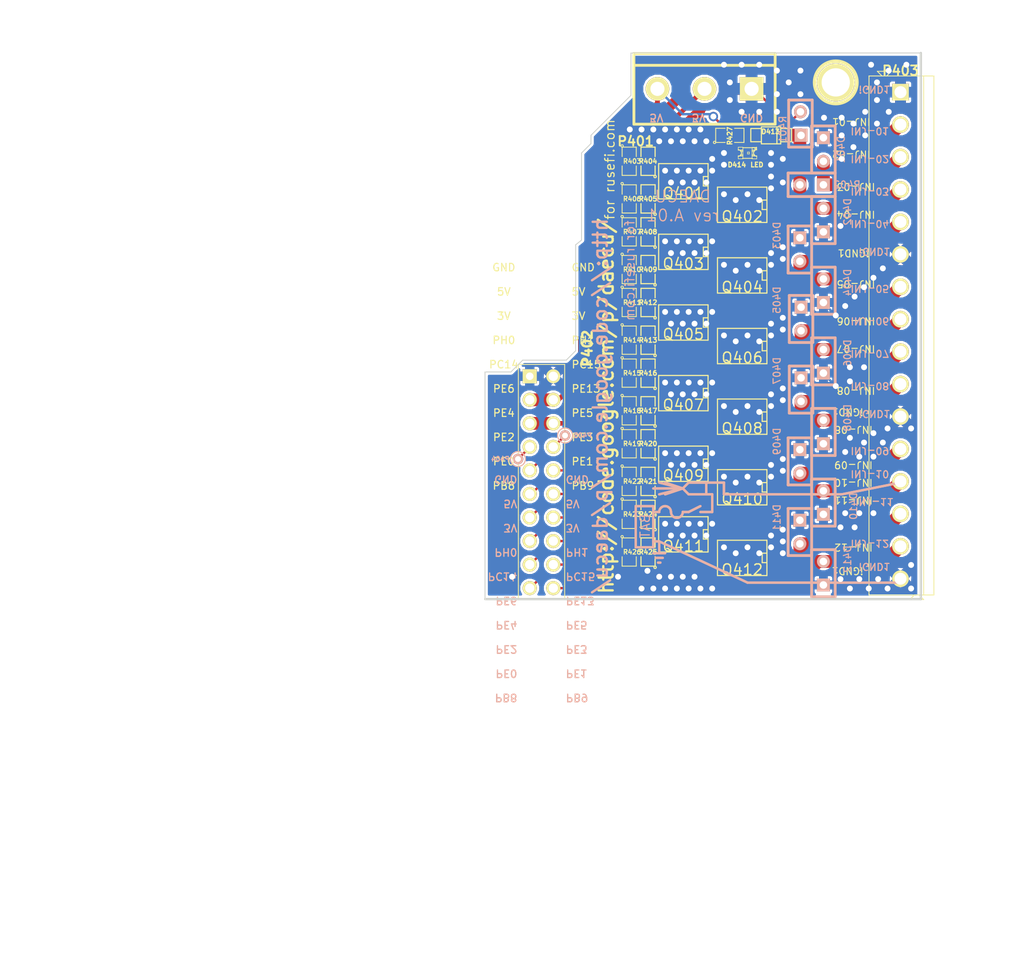
<source format=kicad_pcb>
(kicad_pcb (version 3) (host pcbnew "(2013-07-07 BZR 4022)-stable")
  (title_block (title "Analgo Protection board for RUSEFI.com") (rev .01) (company RUSEFI.com) (comment 2 Art_Electro) (comment 3 Art_Electro))
  (layers (15 F.Cu signal) (0 B.Cu signal) (18 B.Paste user) (19 F.Paste user) (20 B.SilkS user) (21 F.SilkS user) (22 B.Mask user) (23 F.Mask user) (28 Edge.Cuts user))
  (net 0 "")
  (net 1 /3.3V)
  (net 2 /5V)
  (net 3 /INJ-01)
  (net 4 /INJ-01_2)
  (net 5 /INJ-01_5V)
  (net 6 /INJ-02)
  (net 7 /INJ-02_5V)
  (net 8 /INJ-03)
  (net 9 /INJ-03_5V)
  (net 10 /INJ-04)
  (net 11 /INJ-04_5V)
  (net 12 /INJ-05)
  (net 13 /INJ-05_5V)
  (net 14 /INJ-06)
  (net 15 /INJ-06_5V)
  (net 16 /INJ-07)
  (net 17 /INJ-07_5V)
  (net 18 /INJ-08)
  (net 19 /INJ-08_5V)
  (net 20 /INJ-09)
  (net 21 /INJ-09_5V)
  (net 22 /INJ-10)
  (net 23 /INJ-10_5V)
  (net 24 /INJ-11)
  (net 25 /INJ-11_5V)
  (net 26 /INJ-12)
  (net 27 /INJ-12_5V)
  (net 28 /PH0)
  (net 29 /PH1)
  (net 30 GND)
  (net 31 N-000001)
  (net 32 N-0000013)
  (net 33 N-0000014)
  (net 34 N-0000018)
  (net 35 N-0000019)
  (net 36 N-000002)
  (net 37 N-0000020)
  (net 38 N-000003)
  (net 39 N-0000030)
  (net 40 N-0000034)
  (net 41 N-0000035)
  (net 42 N-0000037)
  (net 43 N-0000040)
  (net 44 N-0000045)
  (module SIL-16_3.5MM (layer F.Cu) (at 217.805 122.555 270)
    (fp_text reference P403 (at -28.575 0 360) (layer F.SilkS) (effects (font (size 1.016 1.016) (thickness 0.2032))))
    (fp_text value CONN_16 hide)
    (pad 16 thru_hole circle (at 26.25 0 270) (size 1.8 1.8) (drill 1.3) (layers *.Cu *.Mask F.SilkS) (net 30 GND))
    (pad 15 thru_hole circle (at 22.75 0 270) (size 1.8 1.8) (drill 1.3) (layers *.Cu *.Mask F.SilkS) (net 26 /INJ-12))
    (pad 1 thru_hole rect (at -26.25 0 270) (size 1.8 1.8) (drill 1.3) (layers *.Cu *.Mask F.SilkS) (net 30 GND))
    (pad 2 thru_hole circle (at -22.75 0 270) (size 1.8 1.8) (drill 1.3) (layers *.Cu *.Mask F.SilkS) (net 4 /INJ-01_2))
    (pad 3 thru_hole circle (at -19.25 0 270) (size 1.8 1.8) (drill 1.3) (layers *.Cu *.Mask F.SilkS) (net 6 /INJ-02))
    (pad 4 thru_hole circle (at -15.75 0 270) (size 1.8 1.8) (drill 1.3) (layers *.Cu *.Mask F.SilkS) (net 8 /INJ-03))
    (pad 5 thru_hole circle (at -12.25 0 270) (size 1.8 1.8) (drill 1.3) (layers *.Cu *.Mask F.SilkS) (net 10 /INJ-04))
    (pad 6 thru_hole circle (at -8.75 0 270) (size 1.8 1.8) (drill 1.3) (layers *.Cu *.Mask F.SilkS) (net 30 GND))
    (pad 7 thru_hole circle (at -5.25 0 270) (size 1.8 1.8) (drill 1.3) (layers *.Cu *.Mask F.SilkS) (net 12 /INJ-05))
    (pad 8 thru_hole circle (at -1.75 0 270) (size 1.8 1.8) (drill 1.3) (layers *.Cu *.Mask F.SilkS) (net 14 /INJ-06))
    (pad 9 thru_hole circle (at 1.75 0 270) (size 1.8 1.8) (drill 1.3) (layers *.Cu *.Mask F.SilkS) (net 16 /INJ-07))
    (pad 10 thru_hole circle (at 5.25 0 270) (size 1.8 1.8) (drill 1.3) (layers *.Cu *.Mask F.SilkS) (net 18 /INJ-08))
    (pad 11 thru_hole circle (at 8.75 0 270) (size 1.8 1.8) (drill 1.3) (layers *.Cu *.Mask F.SilkS) (net 30 GND))
    (pad 12 thru_hole circle (at 12.25 0 270) (size 1.8 1.8) (drill 1.3) (layers *.Cu *.Mask F.SilkS) (net 20 /INJ-09))
    (pad 13 thru_hole circle (at 15.75 0 270) (size 1.8 1.8) (drill 1.3) (layers *.Cu *.Mask F.SilkS) (net 22 /INJ-10))
    (pad 14 thru_hole circle (at 19.25 0 270) (size 1.8 1.8) (drill 1.3) (layers *.Cu *.Mask F.SilkS) (net 24 /INJ-11))
  )
  (module pin_array_10x2 (layer F.Cu) (at 179.07 138.43 270)
    (fp_text reference P402 (at -14.478 -4.953 270) (layer F.SilkS) (effects (font (size 1.016 1.016) (thickness 0.254))))
    (fp_text value CONN_10X2 hide)
    (pad 1 thru_hole rect (at -11.47064 1.27 270) (size 1.524 1.524) (drill 0.8128) (layers *.Cu *.Mask F.SilkS) (net 30 GND))
    (pad 2 thru_hole circle (at -11.47064 -1.27 270) (size 1.524 1.524) (drill 1.016) (layers *.Cu *.Mask F.SilkS) (net 30 GND))
    (pad 3 thru_hole circle (at -8.93064 1.27 270) (size 1.524 1.524) (drill 1.016) (layers *.Cu *.Mask F.SilkS) (net 2 /5V))
    (pad 4 thru_hole circle (at -8.93064 -1.27 270) (size 1.524 1.524) (drill 1.016) (layers *.Cu *.Mask F.SilkS) (net 2 /5V))
    (pad 5 thru_hole circle (at -6.39064 1.27 270) (size 1.524 1.524) (drill 1.016) (layers *.Cu *.Mask F.SilkS) (net 1 /3.3V))
    (pad 6 thru_hole circle (at -6.39064 -1.27 270) (size 1.524 1.524) (drill 1.016) (layers *.Cu *.Mask F.SilkS) (net 1 /3.3V))
    (pad 7 thru_hole circle (at -3.85064 1.27 270) (size 1.524 1.524) (drill 1.016) (layers *.Cu *.Mask F.SilkS) (net 28 /PH0))
    (pad 8 thru_hole circle (at -3.85064 -1.27 270) (size 1.524 1.524) (drill 1.016) (layers *.Cu *.Mask F.SilkS) (net 29 /PH1))
    (pad 9 thru_hole circle (at -1.31064 1.27 270) (size 1.524 1.524) (drill 1.016) (layers *.Cu *.Mask F.SilkS) (net 5 /INJ-01_5V))
    (pad 10 thru_hole circle (at -1.31064 -1.27 270) (size 1.524 1.524) (drill 1.016) (layers *.Cu *.Mask F.SilkS) (net 7 /INJ-02_5V))
    (pad 11 thru_hole circle (at 1.22936 1.27 270) (size 1.524 1.524) (drill 1.016) (layers *.Cu *.Mask F.SilkS) (net 9 /INJ-03_5V))
    (pad 12 thru_hole circle (at 1.22936 -1.27 270) (size 1.524 1.524) (drill 1.016) (layers *.Cu *.Mask F.SilkS) (net 11 /INJ-04_5V))
    (pad 13 thru_hole circle (at 3.76936 1.27 270) (size 1.524 1.524) (drill 1.016) (layers *.Cu *.Mask F.SilkS) (net 13 /INJ-05_5V))
    (pad 14 thru_hole circle (at 3.76936 -1.27 270) (size 1.524 1.524) (drill 1.016) (layers *.Cu *.Mask F.SilkS) (net 15 /INJ-06_5V))
    (pad 15 thru_hole circle (at 6.30936 1.27 270) (size 1.524 1.524) (drill 1.016) (layers *.Cu *.Mask F.SilkS) (net 17 /INJ-07_5V))
    (pad 16 thru_hole circle (at 6.30936 -1.27 270) (size 1.524 1.524) (drill 1.016) (layers *.Cu *.Mask F.SilkS) (net 19 /INJ-08_5V))
    (pad 17 thru_hole circle (at 8.84936 1.27 270) (size 1.524 1.524) (drill 1.016) (layers *.Cu *.Mask F.SilkS) (net 21 /INJ-09_5V))
    (pad 18 thru_hole circle (at 8.84936 -1.27 270) (size 1.524 1.524) (drill 1.016) (layers *.Cu *.Mask F.SilkS) (net 23 /INJ-10_5V))
    (pad 19 thru_hole circle (at 11.38936 1.27 270) (size 1.524 1.524) (drill 1.016) (layers *.Cu *.Mask F.SilkS) (net 25 /INJ-11_5V))
    (pad 20 thru_hole circle (at 11.38936 -1.27 270) (size 1.524 1.524) (drill 1.016) (layers *.Cu *.Mask F.SilkS) (net 27 /INJ-12_5V))
  )
  (module SM0805 (layer F.Cu) (at 188.5315 103.759 270)
    (fp_text reference R403 (at 0 -0.3175 360) (layer F.SilkS) (effects (font (size 0.50038 0.50038) (thickness 0.10922))))
    (fp_text value 20R hide)
    (pad 1 smd rect (at -0.9525 0 270) (size 0.889 1.397) (layers F.Cu F.Paste F.Mask) (net 39 N-0000030))
    (pad 2 smd rect (at 0.9525 0 270) (size 0.889 1.397) (layers F.Cu F.Paste F.Mask) (net 5 /INJ-01_5V))
  )
  (module SM0805 (layer F.Cu) (at 188.5315 107.823 270)
    (fp_text reference R406 (at 0 -0.3175 360) (layer F.SilkS) (effects (font (size 0.50038 0.50038) (thickness 0.10922))))
    (fp_text value 20R hide)
    (pad 1 smd rect (at -0.9525 0 270) (size 0.889 1.397) (layers F.Cu F.Paste F.Mask) (net 34 N-0000018))
    (pad 2 smd rect (at 0.9525 0 270) (size 0.889 1.397) (layers F.Cu F.Paste F.Mask) (net 7 /INJ-02_5V))
  )
  (module SM0805 (layer F.Cu) (at 188.5315 111.379 270)
    (fp_text reference R407 (at 0 -0.3175 360) (layer F.SilkS) (effects (font (size 0.50038 0.50038) (thickness 0.10922))))
    (fp_text value 20R hide)
    (pad 1 smd rect (at -0.9525 0 270) (size 0.889 1.397) (layers F.Cu F.Paste F.Mask) (net 41 N-0000035))
    (pad 2 smd rect (at 0.9525 0 270) (size 0.889 1.397) (layers F.Cu F.Paste F.Mask) (net 9 /INJ-03_5V))
  )
  (module SM0805 (layer F.Cu) (at 188.5315 115.443 270)
    (fp_text reference R410 (at 0 -0.3175 360) (layer F.SilkS) (effects (font (size 0.50038 0.50038) (thickness 0.10922))))
    (fp_text value 20R hide)
    (pad 1 smd rect (at -0.9525 0 270) (size 0.889 1.397) (layers F.Cu F.Paste F.Mask) (net 32 N-0000013))
    (pad 2 smd rect (at 0.9525 0 270) (size 0.889 1.397) (layers F.Cu F.Paste F.Mask) (net 11 /INJ-04_5V))
  )
  (module SM0805 (layer F.Cu) (at 188.5315 118.999 270)
    (fp_text reference R411 (at 0 -0.3175 360) (layer F.SilkS) (effects (font (size 0.50038 0.50038) (thickness 0.10922))))
    (fp_text value 20R hide)
    (pad 1 smd rect (at -0.9525 0 270) (size 0.889 1.397) (layers F.Cu F.Paste F.Mask) (net 40 N-0000034))
    (pad 2 smd rect (at 0.9525 0 270) (size 0.889 1.397) (layers F.Cu F.Paste F.Mask) (net 13 /INJ-05_5V))
  )
  (module SM0805 (layer F.Cu) (at 188.5315 123.063 270)
    (fp_text reference R414 (at 0 -0.3175 360) (layer F.SilkS) (effects (font (size 0.50038 0.50038) (thickness 0.10922))))
    (fp_text value 20R hide)
    (pad 1 smd rect (at -0.9525 0 270) (size 0.889 1.397) (layers F.Cu F.Paste F.Mask) (net 33 N-0000014))
    (pad 2 smd rect (at 0.9525 0 270) (size 0.889 1.397) (layers F.Cu F.Paste F.Mask) (net 15 /INJ-06_5V))
  )
  (module SIL-2 (layer B.Cu) (at 206.9465 136.144 270)
    (fp_text reference D409 (at -2.159 2.4765 270) (layer B.SilkS) (effects (font (size 0.762 0.762) (thickness 0.127)) (justify mirror)))
    (fp_text value DIODE hide)
    (pad 1 thru_hole rect (at -1.27 0 270) (size 1.397 1.397) (drill 0.8128) (layers *.Cu *.Mask B.SilkS) (net 30 GND))
    (pad 2 thru_hole circle (at 1.27 0 270) (size 1.397 1.397) (drill 0.8128) (layers *.Cu *.Mask B.SilkS) (net 20 /INJ-09))
  )
  (module SIL-2 (layer B.Cu) (at 206.9465 113.284 270)
    (fp_text reference D403 (at -1.524 2.4765 270) (layer B.SilkS) (effects (font (size 0.762 0.762) (thickness 0.127)) (justify mirror)))
    (fp_text value DIODE hide)
    (pad 1 thru_hole rect (at -1.27 0 270) (size 1.397 1.397) (drill 0.8128) (layers *.Cu *.Mask B.SilkS) (net 30 GND))
    (pad 2 thru_hole circle (at 1.27 0 270) (size 1.397 1.397) (drill 0.8128) (layers *.Cu *.Mask B.SilkS) (net 8 /INJ-03))
  )
  (module SIL-2 (layer B.Cu) (at 209.4865 132.969 90)
    (fp_text reference D408 (at 1.524 2.6035 90) (layer B.SilkS) (effects (font (size 0.762 0.762) (thickness 0.127)) (justify mirror)))
    (fp_text value DIODE hide)
    (pad 1 thru_hole rect (at -1.27 0 90) (size 1.397 1.397) (drill 0.8128) (layers *.Cu *.Mask B.SilkS) (net 30 GND))
    (pad 2 thru_hole circle (at 1.27 0 90) (size 1.397 1.397) (drill 0.8128) (layers *.Cu *.Mask B.SilkS) (net 18 /INJ-08))
  )
  (module SIL-2 (layer B.Cu) (at 209.4865 110.109 90)
    (fp_text reference D402 (at 0.889 2.6035 90) (layer B.SilkS) (effects (font (size 0.762 0.762) (thickness 0.127)) (justify mirror)))
    (fp_text value DIODE hide)
    (pad 1 thru_hole rect (at -1.27 0 90) (size 1.397 1.397) (drill 0.8128) (layers *.Cu *.Mask B.SilkS) (net 30 GND))
    (pad 2 thru_hole circle (at 1.27 0 90) (size 1.397 1.397) (drill 0.8128) (layers *.Cu *.Mask B.SilkS) (net 6 /INJ-02))
  )
  (module SIL-2 (layer B.Cu) (at 207.0735 128.397 270)
    (fp_text reference D407 (at -2.032 2.6035 270) (layer B.SilkS) (effects (font (size 0.762 0.762) (thickness 0.127)) (justify mirror)))
    (fp_text value DIODE hide)
    (pad 1 thru_hole rect (at -1.27 0 270) (size 1.397 1.397) (drill 0.8128) (layers *.Cu *.Mask B.SilkS) (net 30 GND))
    (pad 2 thru_hole circle (at 1.27 0 270) (size 1.397 1.397) (drill 0.8128) (layers *.Cu *.Mask B.SilkS) (net 16 /INJ-07))
  )
  (module SIL-2 (layer B.Cu) (at 209.4865 102.489 270)
    (fp_text reference D401 (at 0 -1.905 270) (layer B.SilkS) (effects (font (size 0.762 0.762) (thickness 0.127)) (justify mirror)))
    (fp_text value DIODE hide)
    (pad 1 thru_hole rect (at -1.27 0 270) (size 1.397 1.397) (drill 0.8128) (layers *.Cu *.Mask B.SilkS) (net 30 GND))
    (pad 2 thru_hole circle (at 1.27 0 270) (size 1.397 1.397) (drill 0.8128) (layers *.Cu *.Mask B.SilkS) (net 4 /INJ-01_2))
  )
  (module SM0805 (layer F.Cu) (at 190.5635 118.999 90)
    (fp_text reference R412 (at 0 0 180) (layer F.SilkS) (effects (font (size 0.508 0.508) (thickness 0.127))))
    (fp_text value 1K hide)
    (pad 1 smd rect (at -0.9525 0 90) (size 0.889 1.397) (layers F.Cu F.Paste F.Mask) (net 30 GND))
    (pad 2 smd rect (at 0.9525 0 90) (size 0.889 1.397) (layers F.Cu F.Paste F.Mask) (net 40 N-0000034))
  )
  (module SM0805 (layer F.Cu) (at 190.5635 123.063 90)
    (fp_text reference R413 (at 0 0 180) (layer F.SilkS) (effects (font (size 0.508 0.508) (thickness 0.127))))
    (fp_text value 1K hide)
    (pad 1 smd rect (at -0.9525 0 90) (size 0.889 1.397) (layers F.Cu F.Paste F.Mask) (net 30 GND))
    (pad 2 smd rect (at 0.9525 0 90) (size 0.889 1.397) (layers F.Cu F.Paste F.Mask) (net 33 N-0000014))
  )
  (module SM0805 (layer F.Cu) (at 190.5635 111.379 90)
    (fp_text reference R408 (at 0 0 180) (layer F.SilkS) (effects (font (size 0.508 0.508) (thickness 0.127))))
    (fp_text value 1K hide)
    (pad 1 smd rect (at -0.9525 0 90) (size 0.889 1.397) (layers F.Cu F.Paste F.Mask) (net 30 GND))
    (pad 2 smd rect (at 0.9525 0 90) (size 0.889 1.397) (layers F.Cu F.Paste F.Mask) (net 41 N-0000035))
  )
  (module SM0805 (layer F.Cu) (at 190.5635 115.443 90)
    (fp_text reference R409 (at 0 0 180) (layer F.SilkS) (effects (font (size 0.508 0.508) (thickness 0.127))))
    (fp_text value 1K hide)
    (pad 1 smd rect (at -0.9525 0 90) (size 0.889 1.397) (layers F.Cu F.Paste F.Mask) (net 30 GND))
    (pad 2 smd rect (at 0.9525 0 90) (size 0.889 1.397) (layers F.Cu F.Paste F.Mask) (net 32 N-0000013))
  )
  (module SM0805 (layer F.Cu) (at 190.5635 107.823 90)
    (fp_text reference R405 (at 0 0 180) (layer F.SilkS) (effects (font (size 0.508 0.508) (thickness 0.127))))
    (fp_text value 1K hide)
    (pad 1 smd rect (at -0.9525 0 90) (size 0.889 1.397) (layers F.Cu F.Paste F.Mask) (net 30 GND))
    (pad 2 smd rect (at 0.9525 0 90) (size 0.889 1.397) (layers F.Cu F.Paste F.Mask) (net 34 N-0000018))
  )
  (module SM0805 (layer F.Cu) (at 190.5635 103.759 90)
    (fp_text reference R404 (at 0 0 180) (layer F.SilkS) (effects (font (size 0.508 0.508) (thickness 0.127))))
    (fp_text value 1K hide)
    (pad 1 smd rect (at -0.9525 0 90) (size 0.889 1.397) (layers F.Cu F.Paste F.Mask) (net 30 GND))
    (pad 2 smd rect (at 0.9525 0 90) (size 0.889 1.397) (layers F.Cu F.Paste F.Mask) (net 39 N-0000030))
  )
  (module SO8E_ST (layer F.Cu) (at 194.3735 121.158 180)
    (fp_text reference Q405 (at 0 -1.27 180) (layer F.SilkS) (effects (font (size 1.143 1.143) (thickness 0.1524))))
    (fp_text value OVP_DRIVER hide)
    (pad 2 smd rect (at -1.905 -2.667 180) (size 0.508 1.143) (layers F.Cu F.Paste F.Mask) (net 12 /INJ-05))
    (pad 3 smd rect (at -1.905 2.667 180) (size 0.508 1.143) (layers F.Cu F.Paste F.Mask) (net 30 GND))
    (pad 2 smd rect (at -0.635 -2.667 180) (size 0.508 1.143) (layers F.Cu F.Paste F.Mask) (net 12 /INJ-05))
    (pad 2 smd rect (at 0.635 -2.667 180) (size 0.508 1.143) (layers F.Cu F.Paste F.Mask) (net 12 /INJ-05))
    (pad 2 smd rect (at 1.905 -2.667 180) (size 0.508 1.143) (layers F.Cu F.Paste F.Mask) (net 12 /INJ-05))
    (pad 3 smd rect (at -0.635 2.667 180) (size 0.508 1.143) (layers F.Cu F.Paste F.Mask) (net 30 GND))
    (pad 3 smd rect (at 0.635 2.667 180) (size 0.508 1.143) (layers F.Cu F.Paste F.Mask) (net 30 GND))
    (pad 1 smd rect (at 1.905 2.667 180) (size 0.508 1.143) (layers F.Cu F.Paste F.Mask) (net 40 N-0000034))
  )
  (module SO8E_ST (layer F.Cu) (at 200.7235 123.698 180)
    (fp_text reference Q406 (at 0 -1.27 180) (layer F.SilkS) (effects (font (size 1.143 1.143) (thickness 0.1524))))
    (fp_text value OVP_DRIVER hide)
    (pad 2 smd rect (at -1.905 -2.667 180) (size 0.508 1.143) (layers F.Cu F.Paste F.Mask) (net 14 /INJ-06))
    (pad 3 smd rect (at -1.905 2.667 180) (size 0.508 1.143) (layers F.Cu F.Paste F.Mask) (net 30 GND))
    (pad 2 smd rect (at -0.635 -2.667 180) (size 0.508 1.143) (layers F.Cu F.Paste F.Mask) (net 14 /INJ-06))
    (pad 2 smd rect (at 0.635 -2.667 180) (size 0.508 1.143) (layers F.Cu F.Paste F.Mask) (net 14 /INJ-06))
    (pad 2 smd rect (at 1.905 -2.667 180) (size 0.508 1.143) (layers F.Cu F.Paste F.Mask) (net 14 /INJ-06))
    (pad 3 smd rect (at -0.635 2.667 180) (size 0.508 1.143) (layers F.Cu F.Paste F.Mask) (net 30 GND))
    (pad 3 smd rect (at 0.635 2.667 180) (size 0.508 1.143) (layers F.Cu F.Paste F.Mask) (net 30 GND))
    (pad 1 smd rect (at 1.905 2.667 180) (size 0.508 1.143) (layers F.Cu F.Paste F.Mask) (net 33 N-0000014))
  )
  (module SO8E_ST (layer F.Cu) (at 194.3735 113.538 180)
    (fp_text reference Q403 (at 0 -1.27 180) (layer F.SilkS) (effects (font (size 1.143 1.143) (thickness 0.1524))))
    (fp_text value OVP_DRIVER hide)
    (pad 2 smd rect (at -1.905 -2.667 180) (size 0.508 1.143) (layers F.Cu F.Paste F.Mask) (net 8 /INJ-03))
    (pad 3 smd rect (at -1.905 2.667 180) (size 0.508 1.143) (layers F.Cu F.Paste F.Mask) (net 30 GND))
    (pad 2 smd rect (at -0.635 -2.667 180) (size 0.508 1.143) (layers F.Cu F.Paste F.Mask) (net 8 /INJ-03))
    (pad 2 smd rect (at 0.635 -2.667 180) (size 0.508 1.143) (layers F.Cu F.Paste F.Mask) (net 8 /INJ-03))
    (pad 2 smd rect (at 1.905 -2.667 180) (size 0.508 1.143) (layers F.Cu F.Paste F.Mask) (net 8 /INJ-03))
    (pad 3 smd rect (at -0.635 2.667 180) (size 0.508 1.143) (layers F.Cu F.Paste F.Mask) (net 30 GND))
    (pad 3 smd rect (at 0.635 2.667 180) (size 0.508 1.143) (layers F.Cu F.Paste F.Mask) (net 30 GND))
    (pad 1 smd rect (at 1.905 2.667 180) (size 0.508 1.143) (layers F.Cu F.Paste F.Mask) (net 41 N-0000035))
  )
  (module SO8E_ST (layer F.Cu) (at 200.7235 108.458 180)
    (fp_text reference Q402 (at 0 -1.27 180) (layer F.SilkS) (effects (font (size 1.143 1.143) (thickness 0.1524))))
    (fp_text value OVP_DRIVER hide)
    (pad 2 smd rect (at -1.905 -2.667 180) (size 0.508 1.143) (layers F.Cu F.Paste F.Mask) (net 6 /INJ-02))
    (pad 3 smd rect (at -1.905 2.667 180) (size 0.508 1.143) (layers F.Cu F.Paste F.Mask) (net 30 GND))
    (pad 2 smd rect (at -0.635 -2.667 180) (size 0.508 1.143) (layers F.Cu F.Paste F.Mask) (net 6 /INJ-02))
    (pad 2 smd rect (at 0.635 -2.667 180) (size 0.508 1.143) (layers F.Cu F.Paste F.Mask) (net 6 /INJ-02))
    (pad 2 smd rect (at 1.905 -2.667 180) (size 0.508 1.143) (layers F.Cu F.Paste F.Mask) (net 6 /INJ-02))
    (pad 3 smd rect (at -0.635 2.667 180) (size 0.508 1.143) (layers F.Cu F.Paste F.Mask) (net 30 GND))
    (pad 3 smd rect (at 0.635 2.667 180) (size 0.508 1.143) (layers F.Cu F.Paste F.Mask) (net 30 GND))
    (pad 1 smd rect (at 1.905 2.667 180) (size 0.508 1.143) (layers F.Cu F.Paste F.Mask) (net 34 N-0000018))
  )
  (module SO8E_ST (layer F.Cu) (at 194.3735 105.918 180)
    (fp_text reference Q401 (at 0 -1.27 180) (layer F.SilkS) (effects (font (size 1.143 1.143) (thickness 0.1524))))
    (fp_text value OVP_DRIVER hide)
    (pad 2 smd rect (at -1.905 -2.667 180) (size 0.508 1.143) (layers F.Cu F.Paste F.Mask) (net 3 /INJ-01))
    (pad 3 smd rect (at -1.905 2.667 180) (size 0.508 1.143) (layers F.Cu F.Paste F.Mask) (net 30 GND))
    (pad 2 smd rect (at -0.635 -2.667 180) (size 0.508 1.143) (layers F.Cu F.Paste F.Mask) (net 3 /INJ-01))
    (pad 2 smd rect (at 0.635 -2.667 180) (size 0.508 1.143) (layers F.Cu F.Paste F.Mask) (net 3 /INJ-01))
    (pad 2 smd rect (at 1.905 -2.667 180) (size 0.508 1.143) (layers F.Cu F.Paste F.Mask) (net 3 /INJ-01))
    (pad 3 smd rect (at -0.635 2.667 180) (size 0.508 1.143) (layers F.Cu F.Paste F.Mask) (net 30 GND))
    (pad 3 smd rect (at 0.635 2.667 180) (size 0.508 1.143) (layers F.Cu F.Paste F.Mask) (net 30 GND))
    (pad 1 smd rect (at 1.905 2.667 180) (size 0.508 1.143) (layers F.Cu F.Paste F.Mask) (net 39 N-0000030))
  )
  (module SO8E_ST (layer F.Cu) (at 200.7235 116.078 180)
    (fp_text reference Q404 (at 0 -1.27 180) (layer F.SilkS) (effects (font (size 1.143 1.143) (thickness 0.1524))))
    (fp_text value OVP_DRIVER hide)
    (pad 2 smd rect (at -1.905 -2.667 180) (size 0.508 1.143) (layers F.Cu F.Paste F.Mask) (net 10 /INJ-04))
    (pad 3 smd rect (at -1.905 2.667 180) (size 0.508 1.143) (layers F.Cu F.Paste F.Mask) (net 30 GND))
    (pad 2 smd rect (at -0.635 -2.667 180) (size 0.508 1.143) (layers F.Cu F.Paste F.Mask) (net 10 /INJ-04))
    (pad 2 smd rect (at 0.635 -2.667 180) (size 0.508 1.143) (layers F.Cu F.Paste F.Mask) (net 10 /INJ-04))
    (pad 2 smd rect (at 1.905 -2.667 180) (size 0.508 1.143) (layers F.Cu F.Paste F.Mask) (net 10 /INJ-04))
    (pad 3 smd rect (at -0.635 2.667 180) (size 0.508 1.143) (layers F.Cu F.Paste F.Mask) (net 30 GND))
    (pad 3 smd rect (at 0.635 2.667 180) (size 0.508 1.143) (layers F.Cu F.Paste F.Mask) (net 30 GND))
    (pad 1 smd rect (at 1.905 2.667 180) (size 0.508 1.143) (layers F.Cu F.Paste F.Mask) (net 32 N-0000013))
  )
  (module SO8E_ST (layer F.Cu) (at 194.3735 136.398 180)
    (fp_text reference Q409 (at 0 -1.27 180) (layer F.SilkS) (effects (font (size 1.143 1.143) (thickness 0.1524))))
    (fp_text value OVP_DRIVER hide)
    (pad 2 smd rect (at -1.905 -2.667 180) (size 0.508 1.143) (layers F.Cu F.Paste F.Mask) (net 20 /INJ-09))
    (pad 3 smd rect (at -1.905 2.667 180) (size 0.508 1.143) (layers F.Cu F.Paste F.Mask) (net 30 GND))
    (pad 2 smd rect (at -0.635 -2.667 180) (size 0.508 1.143) (layers F.Cu F.Paste F.Mask) (net 20 /INJ-09))
    (pad 2 smd rect (at 0.635 -2.667 180) (size 0.508 1.143) (layers F.Cu F.Paste F.Mask) (net 20 /INJ-09))
    (pad 2 smd rect (at 1.905 -2.667 180) (size 0.508 1.143) (layers F.Cu F.Paste F.Mask) (net 20 /INJ-09))
    (pad 3 smd rect (at -0.635 2.667 180) (size 0.508 1.143) (layers F.Cu F.Paste F.Mask) (net 30 GND))
    (pad 3 smd rect (at 0.635 2.667 180) (size 0.508 1.143) (layers F.Cu F.Paste F.Mask) (net 30 GND))
    (pad 1 smd rect (at 1.905 2.667 180) (size 0.508 1.143) (layers F.Cu F.Paste F.Mask) (net 42 N-0000037))
  )
  (module SO8E_ST (layer F.Cu) (at 200.7235 146.558 180)
    (fp_text reference Q412 (at 0 -1.27 180) (layer F.SilkS) (effects (font (size 1.143 1.143) (thickness 0.1524))))
    (fp_text value OVP_DRIVER hide)
    (pad 2 smd rect (at -1.905 -2.667 180) (size 0.508 1.143) (layers F.Cu F.Paste F.Mask) (net 26 /INJ-12))
    (pad 3 smd rect (at -1.905 2.667 180) (size 0.508 1.143) (layers F.Cu F.Paste F.Mask) (net 30 GND))
    (pad 2 smd rect (at -0.635 -2.667 180) (size 0.508 1.143) (layers F.Cu F.Paste F.Mask) (net 26 /INJ-12))
    (pad 2 smd rect (at 0.635 -2.667 180) (size 0.508 1.143) (layers F.Cu F.Paste F.Mask) (net 26 /INJ-12))
    (pad 2 smd rect (at 1.905 -2.667 180) (size 0.508 1.143) (layers F.Cu F.Paste F.Mask) (net 26 /INJ-12))
    (pad 3 smd rect (at -0.635 2.667 180) (size 0.508 1.143) (layers F.Cu F.Paste F.Mask) (net 30 GND))
    (pad 3 smd rect (at 0.635 2.667 180) (size 0.508 1.143) (layers F.Cu F.Paste F.Mask) (net 30 GND))
    (pad 1 smd rect (at 1.905 2.667 180) (size 0.508 1.143) (layers F.Cu F.Paste F.Mask) (net 38 N-000003))
  )
  (module SO8E_ST (layer F.Cu) (at 194.3735 144.018 180)
    (fp_text reference Q411 (at 0 -1.27 180) (layer F.SilkS) (effects (font (size 1.143 1.143) (thickness 0.1524))))
    (fp_text value OVP_DRIVER hide)
    (pad 2 smd rect (at -1.905 -2.667 180) (size 0.508 1.143) (layers F.Cu F.Paste F.Mask) (net 24 /INJ-11))
    (pad 3 smd rect (at -1.905 2.667 180) (size 0.508 1.143) (layers F.Cu F.Paste F.Mask) (net 30 GND))
    (pad 2 smd rect (at -0.635 -2.667 180) (size 0.508 1.143) (layers F.Cu F.Paste F.Mask) (net 24 /INJ-11))
    (pad 2 smd rect (at 0.635 -2.667 180) (size 0.508 1.143) (layers F.Cu F.Paste F.Mask) (net 24 /INJ-11))
    (pad 2 smd rect (at 1.905 -2.667 180) (size 0.508 1.143) (layers F.Cu F.Paste F.Mask) (net 24 /INJ-11))
    (pad 3 smd rect (at -0.635 2.667 180) (size 0.508 1.143) (layers F.Cu F.Paste F.Mask) (net 30 GND))
    (pad 3 smd rect (at 0.635 2.667 180) (size 0.508 1.143) (layers F.Cu F.Paste F.Mask) (net 30 GND))
    (pad 1 smd rect (at 1.905 2.667 180) (size 0.508 1.143) (layers F.Cu F.Paste F.Mask) (net 44 N-0000045))
  )
  (module SO8E_ST (layer F.Cu) (at 200.7235 138.938 180)
    (fp_text reference Q410 (at 0 -1.27 180) (layer F.SilkS) (effects (font (size 1.143 1.143) (thickness 0.1524))))
    (fp_text value OVP_DRIVER hide)
    (pad 2 smd rect (at -1.905 -2.667 180) (size 0.508 1.143) (layers F.Cu F.Paste F.Mask) (net 22 /INJ-10))
    (pad 3 smd rect (at -1.905 2.667 180) (size 0.508 1.143) (layers F.Cu F.Paste F.Mask) (net 30 GND))
    (pad 2 smd rect (at -0.635 -2.667 180) (size 0.508 1.143) (layers F.Cu F.Paste F.Mask) (net 22 /INJ-10))
    (pad 2 smd rect (at 0.635 -2.667 180) (size 0.508 1.143) (layers F.Cu F.Paste F.Mask) (net 22 /INJ-10))
    (pad 2 smd rect (at 1.905 -2.667 180) (size 0.508 1.143) (layers F.Cu F.Paste F.Mask) (net 22 /INJ-10))
    (pad 3 smd rect (at -0.635 2.667 180) (size 0.508 1.143) (layers F.Cu F.Paste F.Mask) (net 30 GND))
    (pad 3 smd rect (at 0.635 2.667 180) (size 0.508 1.143) (layers F.Cu F.Paste F.Mask) (net 30 GND))
    (pad 1 smd rect (at 1.905 2.667 180) (size 0.508 1.143) (layers F.Cu F.Paste F.Mask) (net 36 N-000002))
  )
  (module SO8E_ST (layer F.Cu) (at 194.3735 128.778 180)
    (fp_text reference Q407 (at 0 -1.27 180) (layer F.SilkS) (effects (font (size 1.143 1.143) (thickness 0.1524))))
    (fp_text value OVP_DRIVER hide)
    (pad 2 smd rect (at -1.905 -2.667 180) (size 0.508 1.143) (layers F.Cu F.Paste F.Mask) (net 16 /INJ-07))
    (pad 3 smd rect (at -1.905 2.667 180) (size 0.508 1.143) (layers F.Cu F.Paste F.Mask) (net 30 GND))
    (pad 2 smd rect (at -0.635 -2.667 180) (size 0.508 1.143) (layers F.Cu F.Paste F.Mask) (net 16 /INJ-07))
    (pad 2 smd rect (at 0.635 -2.667 180) (size 0.508 1.143) (layers F.Cu F.Paste F.Mask) (net 16 /INJ-07))
    (pad 2 smd rect (at 1.905 -2.667 180) (size 0.508 1.143) (layers F.Cu F.Paste F.Mask) (net 16 /INJ-07))
    (pad 3 smd rect (at -0.635 2.667 180) (size 0.508 1.143) (layers F.Cu F.Paste F.Mask) (net 30 GND))
    (pad 3 smd rect (at 0.635 2.667 180) (size 0.508 1.143) (layers F.Cu F.Paste F.Mask) (net 30 GND))
    (pad 1 smd rect (at 1.905 2.667 180) (size 0.508 1.143) (layers F.Cu F.Paste F.Mask) (net 43 N-0000040))
  )
  (module SO8E_ST (layer F.Cu) (at 200.7235 131.318 180)
    (fp_text reference Q408 (at 0 -1.27 180) (layer F.SilkS) (effects (font (size 1.143 1.143) (thickness 0.1524))))
    (fp_text value OVP_DRIVER hide)
    (pad 2 smd rect (at -1.905 -2.667 180) (size 0.508 1.143) (layers F.Cu F.Paste F.Mask) (net 18 /INJ-08))
    (pad 3 smd rect (at -1.905 2.667 180) (size 0.508 1.143) (layers F.Cu F.Paste F.Mask) (net 30 GND))
    (pad 2 smd rect (at -0.635 -2.667 180) (size 0.508 1.143) (layers F.Cu F.Paste F.Mask) (net 18 /INJ-08))
    (pad 2 smd rect (at 0.635 -2.667 180) (size 0.508 1.143) (layers F.Cu F.Paste F.Mask) (net 18 /INJ-08))
    (pad 2 smd rect (at 1.905 -2.667 180) (size 0.508 1.143) (layers F.Cu F.Paste F.Mask) (net 18 /INJ-08))
    (pad 3 smd rect (at -0.635 2.667 180) (size 0.508 1.143) (layers F.Cu F.Paste F.Mask) (net 30 GND))
    (pad 3 smd rect (at 0.635 2.667 180) (size 0.508 1.143) (layers F.Cu F.Paste F.Mask) (net 30 GND))
    (pad 1 smd rect (at 1.905 2.667 180) (size 0.508 1.143) (layers F.Cu F.Paste F.Mask) (net 31 N-000001))
  )
  (module SM0805 (layer F.Cu) (at 190.5635 145.923 90)
    (fp_text reference R425 (at 0 0 180) (layer F.SilkS) (effects (font (size 0.508 0.508) (thickness 0.127))))
    (fp_text value 1K hide)
    (pad 1 smd rect (at -0.9525 0 90) (size 0.889 1.397) (layers F.Cu F.Paste F.Mask) (net 30 GND))
    (pad 2 smd rect (at 0.9525 0 90) (size 0.889 1.397) (layers F.Cu F.Paste F.Mask) (net 38 N-000003))
  )
  (module SM0805 (layer F.Cu) (at 190.5635 141.859 90)
    (fp_text reference R424 (at 0 0 180) (layer F.SilkS) (effects (font (size 0.508 0.508) (thickness 0.127))))
    (fp_text value 1K hide)
    (pad 1 smd rect (at -0.9525 0 90) (size 0.889 1.397) (layers F.Cu F.Paste F.Mask) (net 30 GND))
    (pad 2 smd rect (at 0.9525 0 90) (size 0.889 1.397) (layers F.Cu F.Paste F.Mask) (net 44 N-0000045))
  )
  (module SM0805 (layer F.Cu) (at 190.5635 134.239 90)
    (fp_text reference R420 (at 0 0 180) (layer F.SilkS) (effects (font (size 0.508 0.508) (thickness 0.127))))
    (fp_text value 1K hide)
    (pad 1 smd rect (at -0.9525 0 90) (size 0.889 1.397) (layers F.Cu F.Paste F.Mask) (net 30 GND))
    (pad 2 smd rect (at 0.9525 0 90) (size 0.889 1.397) (layers F.Cu F.Paste F.Mask) (net 42 N-0000037))
  )
  (module SM0805 (layer F.Cu) (at 190.5635 138.303 90)
    (fp_text reference R421 (at 0 0 180) (layer F.SilkS) (effects (font (size 0.508 0.508) (thickness 0.127))))
    (fp_text value 1K hide)
    (pad 1 smd rect (at -0.9525 0 90) (size 0.889 1.397) (layers F.Cu F.Paste F.Mask) (net 30 GND))
    (pad 2 smd rect (at 0.9525 0 90) (size 0.889 1.397) (layers F.Cu F.Paste F.Mask) (net 36 N-000002))
  )
  (module SM0805 (layer F.Cu) (at 190.5635 126.619 90)
    (fp_text reference R416 (at 0 0 180) (layer F.SilkS) (effects (font (size 0.508 0.508) (thickness 0.127))))
    (fp_text value 1K hide)
    (pad 1 smd rect (at -0.9525 0 90) (size 0.889 1.397) (layers F.Cu F.Paste F.Mask) (net 30 GND))
    (pad 2 smd rect (at 0.9525 0 90) (size 0.889 1.397) (layers F.Cu F.Paste F.Mask) (net 43 N-0000040))
  )
  (module SM0805 (layer F.Cu) (at 190.5635 130.683 90)
    (fp_text reference R417 (at 0 0 180) (layer F.SilkS) (effects (font (size 0.508 0.508) (thickness 0.127))))
    (fp_text value 1K hide)
    (pad 1 smd rect (at -0.9525 0 90) (size 0.889 1.397) (layers F.Cu F.Paste F.Mask) (net 30 GND))
    (pad 2 smd rect (at 0.9525 0 90) (size 0.889 1.397) (layers F.Cu F.Paste F.Mask) (net 31 N-000001))
  )
  (module bornier3 (layer F.Cu) (at 196.6595 95.9485 180)
    (fp_text reference P401 (at 7.4295 -5.6515 180) (layer F.SilkS) (effects (font (size 1.016 1.016) (thickness 0.2032))))
    (fp_text value CONN_3 hide)
    (pad 1 thru_hole rect (at -5.08 0 180) (size 2.54 2.54) (drill 1.524) (layers *.Cu *.Mask F.SilkS) (net 30 GND))
    (pad 2 thru_hole circle (at 0 0 180) (size 2.54 2.54) (drill 1.524) (layers *.Cu *.Mask F.SilkS) (net 1 /3.3V))
    (pad 3 thru_hole circle (at 5.08 0 180) (size 2.54 2.54) (drill 1.524) (layers *.Cu *.Mask F.SilkS) (net 2 /5V))
  )
  (module SOD-123 (layer F.Cu) (at 203.835 100.965)
    (fp_text reference D413 (at -0.0508 -0.4064) (layer F.SilkS) (effects (font (size 0.508 0.508) (thickness 0.127))))
    (fp_text value DIODE hide)
    (pad 1 smd rect (at -1.6256 -0.0254) (size 0.9652 1.27) (layers F.Cu F.Paste F.Mask) (net 37 N-0000020))
    (pad 2 smd rect (at 1.651 -0.0254) (size 0.9652 1.27) (layers F.Cu F.Paste F.Mask) (net 3 /INJ-01))
  )
  (module SM0805 (layer F.Cu) (at 199.39 100.965)
    (fp_text reference R427 (at 0 0.0635 90) (layer F.SilkS) (effects (font (size 0.508 0.508) (thickness 0.127))))
    (fp_text value 1K hide)
    (pad 1 smd rect (at -0.9525 0) (size 0.889 1.397) (layers F.Cu F.Paste F.Mask) (net 2 /5V))
    (pad 2 smd rect (at 0.9525 0) (size 0.889 1.397) (layers F.Cu F.Paste F.Mask) (net 35 N-0000019))
  )
  (module LED-0805 (layer F.Cu) (at 201.295 102.87)
    (fp_text reference D414 (at -1.143 1.27) (layer F.SilkS) (effects (font (size 0.508 0.508) (thickness 0.127))))
    (fp_text value LED (at 1.016 1.27) (layer F.SilkS) (effects (font (size 0.508 0.508) (thickness 0.127))))
    (pad 1 smd rect (at -1.04902 0) (size 1.19888 1.19888) (layers F.Cu F.Paste F.Mask) (net 35 N-0000019))
    (pad 2 smd rect (at 1.04902 0) (size 1.19888 1.19888) (layers F.Cu F.Paste F.Mask) (net 37 N-0000020))
  )
  (module SIL-2 (layer B.Cu) (at 209.4865 117.729 90)
    (fp_text reference D404 (at 0.889 2.6035 90) (layer B.SilkS) (effects (font (size 0.762 0.762) (thickness 0.127)) (justify mirror)))
    (fp_text value DIODE hide)
    (pad 1 thru_hole rect (at -1.27 0 90) (size 1.397 1.397) (drill 0.8128) (layers *.Cu *.Mask B.SilkS) (net 30 GND))
    (pad 2 thru_hole circle (at 1.27 0 90) (size 1.397 1.397) (drill 0.8128) (layers *.Cu *.Mask B.SilkS) (net 10 /INJ-04))
  )
  (module SIL-2 (layer B.Cu) (at 209.4865 140.589 90)
    (fp_text reference D410 (at -0.381 3.2385 90) (layer B.SilkS) (effects (font (size 0.762 0.762) (thickness 0.127)) (justify mirror)))
    (fp_text value DIODE hide)
    (pad 1 thru_hole rect (at -1.27 0 90) (size 1.397 1.397) (drill 0.8128) (layers *.Cu *.Mask B.SilkS) (net 30 GND))
    (pad 2 thru_hole circle (at 1.27 0 90) (size 1.397 1.397) (drill 0.8128) (layers *.Cu *.Mask B.SilkS) (net 22 /INJ-10))
  )
  (module SIL-2 (layer B.Cu) (at 207.0735 120.777 270)
    (fp_text reference D405 (at -2.032 2.6035 270) (layer B.SilkS) (effects (font (size 0.762 0.762) (thickness 0.127)) (justify mirror)))
    (fp_text value DIODE hide)
    (pad 1 thru_hole rect (at -1.27 0 270) (size 1.397 1.397) (drill 0.8128) (layers *.Cu *.Mask B.SilkS) (net 30 GND))
    (pad 2 thru_hole circle (at 1.27 0 270) (size 1.397 1.397) (drill 0.8128) (layers *.Cu *.Mask B.SilkS) (net 12 /INJ-05))
  )
  (module SIL-2 (layer B.Cu) (at 206.9465 143.764 270)
    (fp_text reference D411 (at -1.524 2.4765 270) (layer B.SilkS) (effects (font (size 0.762 0.762) (thickness 0.127)) (justify mirror)))
    (fp_text value DIODE hide)
    (pad 1 thru_hole rect (at -1.27 0 270) (size 1.397 1.397) (drill 0.8128) (layers *.Cu *.Mask B.SilkS) (net 30 GND))
    (pad 2 thru_hole circle (at 1.27 0 270) (size 1.397 1.397) (drill 0.8128) (layers *.Cu *.Mask B.SilkS) (net 24 /INJ-11))
  )
  (module SIL-2 (layer B.Cu) (at 209.4865 125.349 90)
    (fp_text reference D406 (at 0.889 2.6035 90) (layer B.SilkS) (effects (font (size 0.762 0.762) (thickness 0.127)) (justify mirror)))
    (fp_text value DIODE hide)
    (pad 1 thru_hole rect (at -1.27 0 90) (size 1.397 1.397) (drill 0.8128) (layers *.Cu *.Mask B.SilkS) (net 30 GND))
    (pad 2 thru_hole circle (at 1.27 0 90) (size 1.397 1.397) (drill 0.8128) (layers *.Cu *.Mask B.SilkS) (net 14 /INJ-06))
  )
  (module SIL-2 (layer B.Cu) (at 209.4865 148.209 90)
    (fp_text reference D412 (at 1.524 2.6035 90) (layer B.SilkS) (effects (font (size 0.762 0.762) (thickness 0.127)) (justify mirror)))
    (fp_text value DIODE hide)
    (pad 1 thru_hole rect (at -1.27 0 90) (size 1.397 1.397) (drill 0.8128) (layers *.Cu *.Mask B.SilkS) (net 30 GND))
    (pad 2 thru_hole circle (at 1.27 0 90) (size 1.397 1.397) (drill 0.8128) (layers *.Cu *.Mask B.SilkS) (net 26 /INJ-12))
  )
  (module SIL-2 (layer B.Cu) (at 207.01 99.695 90)
    (fp_text reference R401 (at -0.635 -1.905 90) (layer B.SilkS) (effects (font (size 0.762 0.762) (thickness 0.127)) (justify mirror)))
    (fp_text value OPT hide)
    (pad 1 thru_hole rect (at -1.27 0.0635 90) (size 1.397 1.397) (drill 0.8128) (layers *.Cu *.Mask B.SilkS) (net 3 /INJ-01))
    (pad 2 thru_hole circle (at 1.27 0 90) (size 1.397 1.397) (drill 0.8128) (layers *.Cu *.Mask B.SilkS) (net 2 /5V))
  )
  (module SIL-2 (layer B.Cu) (at 208.2165 106.299 180)
    (fp_text reference R402 (at -3.81 0 180) (layer B.SilkS) (effects (font (size 0.762 0.762) (thickness 0.127)) (justify mirror)))
    (fp_text value 0R hide)
    (pad 1 thru_hole rect (at -1.27 0 180) (size 1.397 1.397) (drill 0.8128) (layers *.Cu *.Mask B.SilkS) (net 4 /INJ-01_2))
    (pad 2 thru_hole circle (at 1.27 0 180) (size 1.397 1.397) (drill 0.8128) (layers *.Cu *.Mask B.SilkS) (net 3 /INJ-01))
  )
  (module SM0805 (layer F.Cu) (at 188.5315 126.619 270)
    (fp_text reference R415 (at 0 -0.3175 360) (layer F.SilkS) (effects (font (size 0.50038 0.50038) (thickness 0.10922))))
    (fp_text value 20R hide)
    (pad 1 smd rect (at -0.9525 0 270) (size 0.889 1.397) (layers F.Cu F.Paste F.Mask) (net 43 N-0000040))
    (pad 2 smd rect (at 0.9525 0 270) (size 0.889 1.397) (layers F.Cu F.Paste F.Mask) (net 17 /INJ-07_5V))
  )
  (module SM0805 (layer F.Cu) (at 188.5315 130.683 270)
    (fp_text reference R418 (at 0 -0.3175 360) (layer F.SilkS) (effects (font (size 0.50038 0.50038) (thickness 0.10922))))
    (fp_text value 20R hide)
    (pad 1 smd rect (at -0.9525 0 270) (size 0.889 1.397) (layers F.Cu F.Paste F.Mask) (net 31 N-000001))
    (pad 2 smd rect (at 0.9525 0 270) (size 0.889 1.397) (layers F.Cu F.Paste F.Mask) (net 19 /INJ-08_5V))
  )
  (module SM0805 (layer F.Cu) (at 188.5315 134.239 270)
    (fp_text reference R419 (at 0 -0.3175 360) (layer F.SilkS) (effects (font (size 0.50038 0.50038) (thickness 0.10922))))
    (fp_text value 20R hide)
    (pad 1 smd rect (at -0.9525 0 270) (size 0.889 1.397) (layers F.Cu F.Paste F.Mask) (net 42 N-0000037))
    (pad 2 smd rect (at 0.9525 0 270) (size 0.889 1.397) (layers F.Cu F.Paste F.Mask) (net 21 /INJ-09_5V))
  )
  (module SM0805 (layer F.Cu) (at 188.5315 138.303 270)
    (fp_text reference R422 (at 0 -0.3175 360) (layer F.SilkS) (effects (font (size 0.50038 0.50038) (thickness 0.10922))))
    (fp_text value 20R hide)
    (pad 1 smd rect (at -0.9525 0 270) (size 0.889 1.397) (layers F.Cu F.Paste F.Mask) (net 36 N-000002))
    (pad 2 smd rect (at 0.9525 0 270) (size 0.889 1.397) (layers F.Cu F.Paste F.Mask) (net 23 /INJ-10_5V))
  )
  (module SM0805 (layer F.Cu) (at 188.5315 141.859 270)
    (fp_text reference R423 (at 0 -0.3175 360) (layer F.SilkS) (effects (font (size 0.50038 0.50038) (thickness 0.10922))))
    (fp_text value 20R hide)
    (pad 1 smd rect (at -0.9525 0 270) (size 0.889 1.397) (layers F.Cu F.Paste F.Mask) (net 44 N-0000045))
    (pad 2 smd rect (at 0.9525 0 270) (size 0.889 1.397) (layers F.Cu F.Paste F.Mask) (net 25 /INJ-11_5V))
  )
  (module SM0805 (layer F.Cu) (at 188.5315 145.923 270)
    (fp_text reference R426 (at 0 -0.3175 360) (layer F.SilkS) (effects (font (size 0.50038 0.50038) (thickness 0.10922))))
    (fp_text value 20R hide)
    (pad 1 smd rect (at -0.9525 0 270) (size 0.889 1.397) (layers F.Cu F.Paste F.Mask) (net 38 N-000003))
    (pad 2 smd rect (at 0.9525 0 270) (size 0.889 1.397) (layers F.Cu F.Paste F.Mask) (net 27 /INJ-12_5V))
  )
  (module PINTST (layer B.Cu) (at 176.53 135.89)
    (fp_text reference P404 (at -1.905 0) (layer B.SilkS) (effects (font (size 0.508 0.508) (thickness 0.127)) (justify mirror)))
    (fp_text value CONN_1 hide)
    (pad 1 thru_hole circle (at 0 0) (size 1.143 1.143) (drill 0.635) (layers *.Cu *.Mask B.SilkS) (net 28 /PH0))
  )
  (module PINTST (layer B.Cu) (at 181.61 133.35)
    (fp_text reference P405 (at 1.905 0) (layer B.SilkS) (effects (font (size 0.508 0.508) (thickness 0.127)) (justify mirror)))
    (fp_text value CONN_1 hide)
    (pad 1 thru_hole circle (at 0 0) (size 1.143 1.143) (drill 0.635) (layers *.Cu *.Mask B.SilkS) (net 29 /PH1))
  )
  (module 1pin (layer F.Cu) (at 210.82 95.25)
    (fp_text reference M401 hide)
    (fp_text value CONN_1 hide)
    (pad 1 thru_hole circle (at 0 0) (size 4.064 4.064) (drill 3.048) (layers *.Cu *.Mask F.SilkS))
  )
  (gr_text "for rusefi.com" (at 186.436 104.648 90) (layer F.SilkS) (effects (font (size 1.016 1.016) (thickness 0.127))))
  (gr_text http://code.google.com/p/daecu/ (at 186.055 130.175 90) (layer F.SilkS) (effects (font (size 1.524 1.524) (thickness 0.254))))
  (gr_text BAT (at 190.246 143.129 90) (layer B.SilkS) (effects (font (size 1.016 1.016) (thickness 0.127)) (justify mirror)))
  (gr_line (start 219.964 92.075) (end 188.722 92.075) (angle 90) (layer Edge.Cuts) (width 0.1))
  (gr_line (start 177.038 125.222) (end 181.737 125.222) (angle 90) (layer Edge.Cuts) (width 0.1))
  (gr_line (start 172.974 126.492) (end 175.768 126.492) (angle 90) (layer Edge.Cuts) (width 0.1))
  (gr_text INJ-08 (at 213 128.5 180) (layer F.SilkS) (effects (font (size 0.762 0.762) (thickness 0.1143))))
  (gr_text INJ-08 (at 214.5 128 180) (layer B.SilkS) (effects (font (size 0.762 0.762) (thickness 0.1143)) (justify mirror)))
  (gr_text iGND1 (at 215 96 180) (layer B.SilkS) (effects (font (size 0.762 0.762) (thickness 0.1143)) (justify mirror)))
  (gr_text INJ-01 (at 214.5 100.5 180) (layer B.SilkS) (effects (font (size 0.762 0.762) (thickness 0.1143)) (justify mirror)))
  (gr_text INJ-02 (at 214.5 103.5 180) (layer B.SilkS) (effects (font (size 0.762 0.762) (thickness 0.1143)) (justify mirror)))
  (gr_text INJ-03 (at 214.5 107 180) (layer B.SilkS) (effects (font (size 0.762 0.762) (thickness 0.1143)) (justify mirror)))
  (gr_text iGND1 (at 215 113.5 180) (layer B.SilkS) (effects (font (size 0.762 0.762) (thickness 0.1143)) (justify mirror)))
  (gr_text INJ-04 (at 214.5 110.5 180) (layer B.SilkS) (effects (font (size 0.762 0.762) (thickness 0.1143)) (justify mirror)))
  (gr_text INJ-05 (at 214.5 117.5 180) (layer B.SilkS) (effects (font (size 0.762 0.762) (thickness 0.1143)) (justify mirror)))
  (gr_text INJ-06 (at 214.5 121 180) (layer B.SilkS) (effects (font (size 0.762 0.762) (thickness 0.1143)) (justify mirror)))
  (gr_text INJ-07 (at 214.5 124.5 180) (layer B.SilkS) (effects (font (size 0.762 0.762) (thickness 0.1143)) (justify mirror)))
  (gr_text iGND1 (at 215 131 180) (layer B.SilkS) (effects (font (size 0.762 0.762) (thickness 0.1143)) (justify mirror)))
  (gr_text INJ-10 (at 214.5 137.5 180) (layer B.SilkS) (effects (font (size 0.762 0.762) (thickness 0.1143)) (justify mirror)))
  (gr_text INJ-09 (at 214.5 135 180) (layer B.SilkS) (effects (font (size 0.762 0.762) (thickness 0.1143)) (justify mirror)))
  (gr_text INJ-12 (at 214.5 145 180) (layer B.SilkS) (effects (font (size 0.762 0.762) (thickness 0.1143)) (justify mirror)))
  (gr_text INJ-11 (at 215 140.5 180) (layer B.SilkS) (effects (font (size 0.762 0.762) (thickness 0.1143)) (justify mirror)))
  (gr_text iGND1 (at 215 147.5 180) (layer B.SilkS) (effects (font (size 0.762 0.762) (thickness 0.1143)) (justify mirror)))
  (gr_line (start 201.295 149.225) (end 191.77 144.78) (angle 90) (layer B.SilkS) (width 0.254))
  (gr_line (start 208.915 149.225) (end 201.295 149.225) (angle 90) (layer B.SilkS) (width 0.254))
  (gr_line (start 217.805 149.225) (end 208.915 149.225) (angle 90) (layer B.SilkS) (width 0.254))
  (gr_line (start 191.643 147.066) (end 191.897 147.066) (angle 90) (layer B.SilkS) (width 0.254))
  (gr_line (start 191.389 146.558) (end 192.151 146.558) (angle 90) (layer B.SilkS) (width 0.254))
  (gr_line (start 191.135 146.05) (end 192.405 146.05) (angle 90) (layer B.SilkS) (width 0.254))
  (gr_line (start 191.77 144.78) (end 191.77 146.05) (angle 90) (layer B.SilkS) (width 0.254))
  (gr_line (start 191.135 144.78) (end 191.77 144.78) (angle 90) (layer B.SilkS) (width 0.254))
  (gr_line (start 191.77 141.605) (end 191.135 141.605) (angle 90) (layer B.SilkS) (width 0.254))
  (gr_line (start 189.23 140.97) (end 191.135 140.97) (angle 90) (layer B.SilkS) (width 0.254))
  (gr_line (start 189.23 145.415) (end 189.23 140.97) (angle 90) (layer B.SilkS) (width 0.254))
  (gr_line (start 191.135 145.415) (end 189.23 145.415) (angle 90) (layer B.SilkS) (width 0.254))
  (gr_line (start 191.135 140.97) (end 191.135 145.415) (angle 90) (layer B.SilkS) (width 0.254))
  (gr_line (start 211.455 139.7) (end 217.805 138.43) (angle 90) (layer B.SilkS) (width 0.254))
  (gr_line (start 198.755 139.7) (end 211.455 139.7) (angle 90) (layer B.SilkS) (width 0.254))
  (gr_line (start 198.755 138.43) (end 198.755 139.7) (angle 90) (layer B.SilkS) (width 0.254))
  (gr_line (start 196.85 138.43) (end 198.755 138.43) (angle 90) (layer B.SilkS) (width 0.254))
  (gr_line (start 197.485 139.7) (end 197.485 140.97) (angle 90) (layer B.SilkS) (width 0.254))
  (gr_line (start 196.85 139.7) (end 197.485 139.7) (angle 90) (layer B.SilkS) (width 0.254))
  (gr_line (start 194.31 139.065) (end 191.135 139.065) (angle 90) (layer B.SilkS) (width 0.254))
  (gr_line (start 194.31 139.065) (end 191.77 139.7) (angle 90) (layer B.SilkS) (width 0.254))
  (gr_line (start 194.31 139.065) (end 191.77 138.43) (angle 90) (layer B.SilkS) (width 0.254))
  (gr_line (start 194.31 139.065) (end 192.405 138.43) (angle 90) (layer B.SilkS) (width 0.254))
  (gr_line (start 194.31 139.065) (end 192.405 139.7) (angle 90) (layer B.SilkS) (width 0.254))
  (gr_line (start 194.945 139.7) (end 196.85 139.7) (angle 90) (layer B.SilkS) (width 0.254))
  (gr_line (start 194.31 139.065) (end 194.945 139.7) (angle 90) (layer B.SilkS) (width 0.254))
  (gr_line (start 194.945 138.43) (end 194.31 139.065) (angle 90) (layer B.SilkS) (width 0.254))
  (gr_line (start 196.85 138.43) (end 194.945 138.43) (angle 90) (layer B.SilkS) (width 0.254))
  (gr_line (start 196.85 139.7) (end 196.85 138.43) (angle 90) (layer B.SilkS) (width 0.254))
  (gr_line (start 197.485 141.605) (end 197.485 140.97) (angle 90) (layer B.SilkS) (width 0.254))
  (gr_line (start 196.215 141.605) (end 197.485 141.605) (angle 90) (layer B.SilkS) (width 0.254))
  (gr_line (start 194.945 141.605) (end 196.215 140.97) (angle 90) (layer B.SilkS) (width 0.254))
  (gr_line (start 194.31 141.605) (end 194.945 141.605) (angle 90) (layer B.SilkS) (width 0.254))
  (gr_arc (start 193.675 141.605) (end 194.31 141.605) (angle 90) (layer B.SilkS) (width 0.254))
  (gr_arc (start 193.675 141.605) (end 193.675 142.24) (angle 90) (layer B.SilkS) (width 0.254))
  (gr_arc (start 192.405 141.605) (end 192.405 140.97) (angle 90) (layer B.SilkS) (width 0.254))
  (gr_arc (start 192.405 141.605) (end 191.77 141.605) (angle 90) (layer B.SilkS) (width 0.254))
  (gr_text iGND1 (at 212.09 130.81 180) (layer F.SilkS) (effects (font (size 0.762 0.762) (thickness 0.1143))))
  (gr_text http://code.google.com/p/daecu/ (at 185.42 130.175 90) (layer B.SilkS) (effects (font (size 1.524 1.524) (thickness 0.254)) (justify mirror)))
  (gr_line (start 220 92.075) (end 220 151.003) (angle 90) (layer Edge.Cuts) (width 0.254))
  (gr_text iGND1 (at 212.09 147.955 180) (layer F.SilkS) (effects (font (size 0.762 0.762) (thickness 0.1143))))
  (gr_text INJ-09 (at 212.725 136.525 180) (layer F.SilkS) (effects (font (size 0.762 0.762) (thickness 0.1143))))
  (gr_text INJ-08 (at 212.725 132.715 180) (layer F.SilkS) (effects (font (size 0.762 0.762) (thickness 0.1143))))
  (gr_text INJ-07 (at 213 124 180) (layer F.SilkS) (effects (font (size 0.762 0.762) (thickness 0.1143))))
  (gr_text INJ-10 (at 212.725 138.43 180) (layer F.SilkS) (effects (font (size 0.762 0.762) (thickness 0.1143))))
  (gr_text INJ-11 (at 212.725 140.335 180) (layer F.SilkS) (effects (font (size 0.762 0.762) (thickness 0.1143))))
  (gr_text INJ-12 (at 212.725 145.415 180) (layer F.SilkS) (effects (font (size 0.762 0.762) (thickness 0.1143))))
  (gr_text "5V     3V      GND" (at 196.85 99.06 180) (layer B.SilkS) (effects (font (size 0.8128 0.8128) (thickness 0.127)) (justify mirror)))
  (gr_text "PB8\n\nPE0\n\nPE2\n\nPE4\n\nPE6\n\nPC14\n\nPH0\n\n3V\n\n5V\n\nGND" (at 176.53 149.86 180) (layer B.SilkS) (effects (font (size 0.8128 0.8128) (thickness 0.127)) (justify right mirror)))
  (gr_text "PB9\n\nPE1\n\nPE3\n\nPE5\n\nPE13\n\nPC15\n\nPH1\n\n3V\n\n5V\n\nGND" (at 181.61 149.86 180) (layer B.SilkS) (effects (font (size 0.8128 0.8128) (thickness 0.127)) (justify left mirror)))
  (gr_text "GND\n\n5V\n\n3V\n\nPH1\n\nPC15\n\nPE13\n\nPE5\n\nPE3\n\nPE1\n\nPB9" (at 182.245 127) (layer F.SilkS) (effects (font (size 0.8128 0.8128) (thickness 0.127)) (justify left)))
  (gr_text "GND\n\n5V\n\n3V\n\nPH0\n\nPC14\n\nPE6\n\nPE4\n\nPE2\n\nPE0\n\nPB8" (at 175.006 127) (layer F.SilkS) (effects (font (size 0.8128 0.8128) (thickness 0.127))))
  (gr_line (start 220 151.003) (end 173 151.003) (angle 90) (layer Edge.Cuts) (width 0.254))
  (gr_text "DAECU\nrev A.01" (at 194.31 108.585) (layer B.SilkS) (effects (font (size 1.27 1.27) (thickness 0.127)) (justify mirror)))
  (gr_text INJ-01 (at 212.5 99.5 180) (layer F.SilkS) (effects (font (size 0.762 0.762) (thickness 0.1143))))
  (gr_text INJ-02 (at 212.5 103 180) (layer F.SilkS) (effects (font (size 0.762 0.762) (thickness 0.1143))))
  (gr_text INJ-03 (at 213 106.5 180) (layer F.SilkS) (effects (font (size 0.762 0.762) (thickness 0.1143))))
  (gr_text INJ-06 (at 213 121 180) (layer F.SilkS) (effects (font (size 0.762 0.762) (thickness 0.1143))))
  (gr_text INJ-05 (at 213 117 180) (layer F.SilkS) (effects (font (size 0.762 0.762) (thickness 0.1143))))
  (gr_text INJ-04 (at 213 109.5 180) (layer F.SilkS) (effects (font (size 0.762 0.762) (thickness 0.1143))))
  (gr_text iGND1 (at 212.725 113.665 180) (layer F.SilkS) (effects (font (size 0.762 0.762) (thickness 0.1143))))
  (gr_line (start 177.038 125.222) (end 175.768 126.492) (angle 90) (layer Edge.Cuts) (width 0.1))
  (gr_line (start 188.722 96.647) (end 188.722 92.075) (angle 90) (layer Edge.Cuts) (width 0.1))
  (gr_line (start 184.404 100.965) (end 188.722 96.647) (angle 90) (layer Edge.Cuts) (width 0.1))
  (gr_line (start 184.404 101.092) (end 184.404 100.965) (angle 90) (layer Edge.Cuts) (width 0.1))
  (gr_line (start 184.404 101.854) (end 184.404 101.092) (angle 90) (layer Edge.Cuts) (width 0.1))
  (gr_line (start 183.388 102.87) (end 184.404 101.854) (angle 90) (layer Edge.Cuts) (width 0.1))
  (gr_line (start 183.388 112.268) (end 183.388 102.87) (angle 90) (layer Edge.Cuts) (width 0.1))
  (gr_line (start 182.753 112.776) (end 183.388 112.268) (angle 90) (layer Edge.Cuts) (width 0.1))
  (gr_line (start 182.753 124.206) (end 182.753 112.776) (angle 90) (layer Edge.Cuts) (width 0.1))
  (gr_line (start 181.737 125.222) (end 182.753 124.206) (angle 90) (layer Edge.Cuts) (width 0.1))
  (gr_line (start 172.974 151.003) (end 172.974 126.492) (angle 90) (layer Edge.Cuts) (width 0.1))
  (gr_text INJ-08 (at 214.5 128 180) (layer B.SilkS) (effects (font (size 0.762 0.762) (thickness 0.1143)) (justify mirror)))
  (gr_text iGND1 (at 215 96 180) (layer B.SilkS) (effects (font (size 0.762 0.762) (thickness 0.1143)) (justify mirror)))
  (gr_text INJ-01 (at 214.5 100.5 180) (layer B.SilkS) (effects (font (size 0.762 0.762) (thickness 0.1143)) (justify mirror)))
  (gr_text INJ-02 (at 214.5 103.5 180) (layer B.SilkS) (effects (font (size 0.762 0.762) (thickness 0.1143)) (justify mirror)))
  (gr_text INJ-03 (at 214.5 107 180) (layer B.SilkS) (effects (font (size 0.762 0.762) (thickness 0.1143)) (justify mirror)))
  (gr_text iGND1 (at 215 113.5 180) (layer B.SilkS) (effects (font (size 0.762 0.762) (thickness 0.1143)) (justify mirror)))
  (gr_text INJ-04 (at 214.5 110.5 180) (layer B.SilkS) (effects (font (size 0.762 0.762) (thickness 0.1143)) (justify mirror)))
  (gr_text INJ-05 (at 214.5 117.5 180) (layer B.SilkS) (effects (font (size 0.762 0.762) (thickness 0.1143)) (justify mirror)))
  (gr_text INJ-06 (at 214.5 121 180) (layer B.SilkS) (effects (font (size 0.762 0.762) (thickness 0.1143)) (justify mirror)))
  (gr_text INJ-07 (at 214.5 124.5 180) (layer B.SilkS) (effects (font (size 0.762 0.762) (thickness 0.1143)) (justify mirror)))
  (gr_text iGND1 (at 215 131 180) (layer B.SilkS) (effects (font (size 0.762 0.762) (thickness 0.1143)) (justify mirror)))
  (gr_text INJ-10 (at 214.5 137.5 180) (layer B.SilkS) (effects (font (size 0.762 0.762) (thickness 0.1143)) (justify mirror)))
  (gr_text INJ-09 (at 214.5 135 180) (layer B.SilkS) (effects (font (size 0.762 0.762) (thickness 0.1143)) (justify mirror)))
  (gr_text INJ-12 (at 214.5 145 180) (layer B.SilkS) (effects (font (size 0.762 0.762) (thickness 0.1143)) (justify mirror)))
  (gr_text INJ-11 (at 215 140.5 180) (layer B.SilkS) (effects (font (size 0.762 0.762) (thickness 0.1143)) (justify mirror)))
  (gr_text iGND1 (at 215 147.5 180) (layer B.SilkS) (effects (font (size 0.762 0.762) (thickness 0.1143)) (justify mirror)))
  (gr_line (start 201.295 149.225) (end 191.77 144.78) (angle 90) (layer B.SilkS) (width 0.254))
  (gr_line (start 208.915 149.225) (end 201.295 149.225) (angle 90) (layer B.SilkS) (width 0.254))
  (gr_line (start 217.805 149.225) (end 208.915 149.225) (angle 90) (layer B.SilkS) (width 0.254))
  (gr_line (start 191.643 147.066) (end 191.897 147.066) (angle 90) (layer B.SilkS) (width 0.254))
  (gr_line (start 191.389 146.558) (end 192.151 146.558) (angle 90) (layer B.SilkS) (width 0.254))
  (gr_line (start 191.135 146.05) (end 192.405 146.05) (angle 90) (layer B.SilkS) (width 0.254))
  (gr_line (start 191.77 144.78) (end 191.77 146.05) (angle 90) (layer B.SilkS) (width 0.254))
  (gr_line (start 191.135 144.78) (end 191.77 144.78) (angle 90) (layer B.SilkS) (width 0.254))
  (gr_line (start 191.77 141.605) (end 191.135 141.605) (angle 90) (layer B.SilkS) (width 0.254))
  (gr_line (start 189.23 140.97) (end 191.135 140.97) (angle 90) (layer B.SilkS) (width 0.254))
  (gr_line (start 189.23 145.415) (end 189.23 140.97) (angle 90) (layer B.SilkS) (width 0.254))
  (gr_line (start 191.135 145.415) (end 189.23 145.415) (angle 90) (layer B.SilkS) (width 0.254))
  (gr_line (start 191.135 140.97) (end 191.135 145.415) (angle 90) (layer B.SilkS) (width 0.254))
  (gr_line (start 211.455 139.7) (end 217.805 138.43) (angle 90) (layer B.SilkS) (width 0.254))
  (gr_line (start 198.755 139.7) (end 211.455 139.7) (angle 90) (layer B.SilkS) (width 0.254))
  (gr_line (start 198.755 138.43) (end 198.755 139.7) (angle 90) (layer B.SilkS) (width 0.254))
  (gr_line (start 196.85 138.43) (end 198.755 138.43) (angle 90) (layer B.SilkS) (width 0.254))
  (gr_line (start 197.485 139.7) (end 197.485 140.97) (angle 90) (layer B.SilkS) (width 0.254))
  (gr_line (start 196.85 139.7) (end 197.485 139.7) (angle 90) (layer B.SilkS) (width 0.254))
  (gr_line (start 194.31 139.065) (end 191.135 139.065) (angle 90) (layer B.SilkS) (width 0.254))
  (gr_line (start 194.31 139.065) (end 191.77 139.7) (angle 90) (layer B.SilkS) (width 0.254))
  (gr_line (start 194.31 139.065) (end 191.77 138.43) (angle 90) (layer B.SilkS) (width 0.254))
  (gr_line (start 194.31 139.065) (end 192.405 138.43) (angle 90) (layer B.SilkS) (width 0.254))
  (gr_line (start 194.31 139.065) (end 192.405 139.7) (angle 90) (layer B.SilkS) (width 0.254))
  (gr_line (start 194.945 139.7) (end 196.85 139.7) (angle 90) (layer B.SilkS) (width 0.254))
  (gr_line (start 194.31 139.065) (end 194.945 139.7) (angle 90) (layer B.SilkS) (width 0.254))
  (gr_line (start 194.945 138.43) (end 194.31 139.065) (angle 90) (layer B.SilkS) (width 0.254))
  (gr_line (start 196.85 138.43) (end 194.945 138.43) (angle 90) (layer B.SilkS) (width 0.254))
  (gr_line (start 196.85 139.7) (end 196.85 138.43) (angle 90) (layer B.SilkS) (width 0.254))
  (gr_line (start 197.485 141.605) (end 197.485 140.97) (angle 90) (layer B.SilkS) (width 0.254))
  (gr_line (start 196.215 141.605) (end 197.485 141.605) (angle 90) (layer B.SilkS) (width 0.254))
  (gr_line (start 194.945 141.605) (end 196.215 140.97) (angle 90) (layer B.SilkS) (width 0.254))
  (gr_line (start 194.31 141.605) (end 194.945 141.605) (angle 90) (layer B.SilkS) (width 0.254))
  (gr_arc (start 193.675 141.605) (end 194.31 141.605) (angle 90) (layer B.SilkS) (width 0.254))
  (gr_arc (start 193.675 141.605) (end 193.675 142.24) (angle 90) (layer B.SilkS) (width 0.254))
  (gr_arc (start 192.405 141.605) (end 192.405 140.97) (angle 90) (layer B.SilkS) (width 0.254))
  (gr_arc (start 192.405 141.605) (end 191.77 141.605) (angle 90) (layer B.SilkS) (width 0.254))
  (gr_text "3V     5V      GND" (at 196.85 99.06 180) (layer B.SilkS) (effects (font (size 0.8128 0.8128) (thickness 0.127)) (justify mirror)))
  (gr_text "PB8\n\nPE0\n\nPE2\n\nPE4\n\nPE6\n\nPC14\n\nPH0\n\n3V\n\n5V\n\nGND" (at 176.53 149.86 180) (layer B.SilkS) (effects (font (size 0.8128 0.8128) (thickness 0.127)) (justify right mirror)))
  (gr_text "PB9\n\nPE1\n\nPE3\n\nPE5\n\nPE13\n\nPC15\n\nPH1\n\n3V\n\n5V\n\nGND" (at 181.61 149.86 180) (layer B.SilkS) (effects (font (size 0.8128 0.8128) (thickness 0.127)) (justify left mirror)))
  (gr_text "for rusefi.com" (at 188.595 115.57 90) (layer B.SilkS) (effects (font (size 1.016 1.016) (thickness 0.127)) (justify mirror)))
  (segment (start 180.34 132.03936) (end 181.438644 132.03936) (width 0.508) (layer F.Cu) (net 1))
  (segment (start 193.421 99.187) (end 196.6595 95.9485) (width 0.508) (layer F.Cu) (net 1))
  (segment (start 188.087 99.187) (end 193.421 99.187) (width 0.508) (layer F.Cu) (net 1))
  (segment (start 187.198 100.076) (end 188.087 99.187) (width 0.508) (layer F.Cu) (net 1))
  (segment (start 187.198 105.400972) (end 187.198 100.076) (width 0.508) (layer F.Cu) (net 1))
  (segment (start 185.038992 107.55998) (end 187.198 105.400972) (width 0.508) (layer F.Cu) (net 1))
  (segment (start 185.038992 118.110008) (end 185.038992 107.55998) (width 0.508) (layer F.Cu) (net 1))
  (segment (start 184.53099 118.61801) (end 185.038992 118.110008) (width 0.508) (layer F.Cu) (net 1))
  (segment (start 184.53099 122.682) (end 184.53099 118.61801) (width 0.508) (layer F.Cu) (net 1))
  (segment (start 184.022988 123.190002) (end 184.53099 122.682) (width 0.508) (layer F.Cu) (net 1))
  (segment (start 184.022988 125.857012) (end 184.022988 123.190002) (width 0.508) (layer F.Cu) (net 1))
  (segment (start 183.514986 126.365014) (end 184.022988 125.857012) (width 0.508) (layer F.Cu) (net 1))
  (segment (start 183.514986 129.963018) (end 183.514986 126.365014) (width 0.508) (layer F.Cu) (net 1))
  (segment (start 181.438644 132.03936) (end 183.514986 129.963018) (width 0.508) (layer F.Cu) (net 1))
  (segment (start 177.8 132.03936) (end 180.34 132.03936) (width 1.38176) (layer F.Cu) (net 1))
  (segment (start 191.5795 95.9485) (end 191.5795 97.4725) (width 0.508) (layer F.Cu) (net 2))
  (segment (start 180.88864 129.49936) (end 180.34 129.49936) (width 0.508) (layer F.Cu) (net 2))
  (segment (start 182.752984 127.635016) (end 180.88864 129.49936) (width 0.508) (layer F.Cu) (net 2))
  (segment (start 182.752984 125.857016) (end 182.752984 127.635016) (width 0.508) (layer F.Cu) (net 2))
  (segment (start 183.260986 125.349014) (end 182.752984 125.857016) (width 0.508) (layer F.Cu) (net 2))
  (segment (start 183.260986 122.809014) (end 183.260986 125.349014) (width 0.508) (layer F.Cu) (net 2))
  (segment (start 183.768988 122.301012) (end 183.260986 122.809014) (width 0.508) (layer F.Cu) (net 2))
  (segment (start 183.768988 118.110012) (end 183.768988 122.301012) (width 0.508) (layer F.Cu) (net 2))
  (segment (start 184.27699 117.60201) (end 183.768988 118.110012) (width 0.508) (layer F.Cu) (net 2))
  (segment (start 184.27699 107.244348) (end 184.27699 117.60201) (width 0.508) (layer F.Cu) (net 2))
  (segment (start 186.435998 105.08534) (end 184.27699 107.244348) (width 0.508) (layer F.Cu) (net 2))
  (segment (start 186.435998 99.760368) (end 186.435998 105.08534) (width 0.508) (layer F.Cu) (net 2))
  (segment (start 187.771368 98.424998) (end 186.435998 99.760368) (width 0.508) (layer F.Cu) (net 2))
  (segment (start 190.627002 98.424998) (end 187.771368 98.424998) (width 0.508) (layer F.Cu) (net 2))
  (segment (start 191.5795 97.4725) (end 190.627002 98.424998) (width 0.508) (layer F.Cu) (net 2))
  (segment (start 198.4375 100.965) (end 198.4375 99.7585) (width 0.254) (layer F.Cu) (net 2))
  (segment (start 194.31 98.679) (end 191.5795 95.9485) (width 0.254) (layer B.Cu) (net 2))
  (segment (start 197.358 98.679) (end 194.31 98.679) (width 0.254) (layer B.Cu) (net 2))
  (segment (start 197.612 98.933) (end 197.358 98.679) (width 0.254) (layer B.Cu) (net 2))
  (via (at 197.612 98.933) (size 1.016) (layers F.Cu B.Cu) (net 2))
  (segment (start 198.4375 99.7585) (end 197.612 98.933) (width 0.254) (layer F.Cu) (net 2))
  (segment (start 198.4375 100.965) (end 198.4375 100.0125) (width 0.254) (layer F.Cu) (net 2))
  (segment (start 205.867 99.568) (end 207.01 98.425) (width 0.254) (layer F.Cu) (net 2))
  (segment (start 198.882 99.568) (end 205.867 99.568) (width 0.254) (layer F.Cu) (net 2))
  (segment (start 198.4375 100.0125) (end 198.882 99.568) (width 0.254) (layer F.Cu) (net 2))
  (segment (start 177.8 129.49936) (end 180.34 129.49936) (width 1.38176) (layer F.Cu) (net 2))
  (segment (start 207.0481 100.9396) (end 207.0735 100.965) (width 1.38176) (layer F.Cu) (net 3))
  (segment (start 206.9465 106.299) (end 206.9465 101.092) (width 1.38176) (layer F.Cu) (net 3))
  (segment (start 206.9465 101.092) (end 207.0735 100.965) (width 1.38176) (layer F.Cu) (net 3))
  (segment (start 196.2785 108.585) (end 196.85 108.585) (width 1.38176) (layer F.Cu) (net 3))
  (segment (start 206.9465 107.5055) (end 206.9465 106.299) (width 1.38176) (layer F.Cu) (net 3))
  (segment (start 206.375 108.077) (end 206.9465 107.5055) (width 1.38176) (layer F.Cu) (net 3))
  (segment (start 205.331684 108.077) (end 206.375 108.077) (width 1.38176) (layer F.Cu) (net 3))
  (segment (start 203.919446 109.489238) (end 205.331684 108.077) (width 1.38176) (layer F.Cu) (net 3))
  (segment (start 197.754238 109.489238) (end 203.919446 109.489238) (width 1.38176) (layer F.Cu) (net 3))
  (segment (start 196.85 108.585) (end 197.754238 109.489238) (width 1.38176) (layer F.Cu) (net 3))
  (segment (start 192.4685 108.585) (end 193.7385 108.585) (width 1.38176) (layer F.Cu) (net 3))
  (segment (start 193.7385 108.585) (end 195.0085 108.585) (width 1.38176) (layer F.Cu) (net 3))
  (segment (start 195.0085 108.585) (end 196.2785 108.585) (width 1.38176) (layer F.Cu) (net 3))
  (segment (start 205.486 100.9396) (end 207.0481 100.9396) (width 1.38176) (layer F.Cu) (net 3))
  (segment (start 209.4865 106.299) (end 211.311 106.299) (width 1.38176) (layer F.Cu) (net 4))
  (segment (start 211.311 106.299) (end 217.805 99.805) (width 1.38176) (layer F.Cu) (net 4))
  (segment (start 209.4865 103.759) (end 209.4865 106.299) (width 1.38176) (layer F.Cu) (net 4))
  (segment (start 188.5315 104.9655) (end 188.5315 104.7115) (width 0.254) (layer F.Cu) (net 5))
  (segment (start 185.673994 107.823006) (end 188.5315 104.9655) (width 0.254) (layer F.Cu) (net 5))
  (segment (start 185.673994 118.534582) (end 185.673994 107.823006) (width 0.254) (layer F.Cu) (net 5))
  (segment (start 185.165992 119.042584) (end 185.673994 118.534582) (width 0.254) (layer F.Cu) (net 5))
  (segment (start 185.165992 123.026888) (end 185.165992 119.042584) (width 0.254) (layer F.Cu) (net 5))
  (segment (start 184.65799 123.53489) (end 185.165992 123.026888) (width 0.254) (layer F.Cu) (net 5))
  (segment (start 184.65799 126.368734) (end 184.65799 123.53489) (width 0.254) (layer F.Cu) (net 5))
  (segment (start 184.149988 126.876736) (end 184.65799 126.368734) (width 0.254) (layer F.Cu) (net 5))
  (segment (start 184.149988 130.226044) (end 184.149988 126.876736) (width 0.254) (layer F.Cu) (net 5))
  (segment (start 183.006986 131.369046) (end 184.149988 130.226044) (width 0.254) (layer F.Cu) (net 5))
  (segment (start 183.006986 134.874) (end 183.006986 131.369046) (width 0.254) (layer F.Cu) (net 5))
  (segment (start 182.117986 135.763) (end 183.006986 134.874) (width 0.254) (layer F.Cu) (net 5))
  (segment (start 179.197 135.763) (end 182.117986 135.763) (width 0.254) (layer F.Cu) (net 5))
  (segment (start 177.8 137.11936) (end 177.84064 137.11936) (width 0.254) (layer F.Cu) (net 5))
  (segment (start 177.84064 137.11936) (end 179.197 135.763) (width 0.254) (layer F.Cu) (net 5))
  (segment (start 209.4865 108.839) (end 212.271 108.839) (width 1.38176) (layer F.Cu) (net 6))
  (segment (start 212.271 108.839) (end 217.805 103.305) (width 1.38176) (layer F.Cu) (net 6))
  (segment (start 202.6285 111.125) (end 204.597 111.125) (width 1.38176) (layer F.Cu) (net 6))
  (segment (start 208.407 108.839) (end 209.4865 108.839) (width 1.38176) (layer F.Cu) (net 6))
  (segment (start 207.518 109.728) (end 208.407 108.839) (width 1.38176) (layer F.Cu) (net 6))
  (segment (start 205.994 109.728) (end 207.518 109.728) (width 1.38176) (layer F.Cu) (net 6))
  (segment (start 204.597 111.125) (end 205.994 109.728) (width 1.38176) (layer F.Cu) (net 6))
  (segment (start 198.8185 111.125) (end 200.0885 111.125) (width 1.38176) (layer F.Cu) (net 6))
  (segment (start 200.0885 111.125) (end 201.3585 111.125) (width 1.38176) (layer F.Cu) (net 6))
  (segment (start 201.3585 111.125) (end 202.6285 111.125) (width 1.38176) (layer F.Cu) (net 6))
  (segment (start 180.34 137.11936) (end 182.797368 137.11936) (width 0.254) (layer F.Cu) (net 7))
  (segment (start 187.6425 108.7755) (end 188.5315 108.7755) (width 0.254) (layer F.Cu) (net 7))
  (segment (start 186.944 109.474) (end 187.6425 108.7755) (width 0.254) (layer F.Cu) (net 7))
  (segment (start 186.944 113.200576) (end 186.944 109.474) (width 0.254) (layer F.Cu) (net 7))
  (segment (start 186.181996 113.96258) (end 186.944 113.200576) (width 0.254) (layer F.Cu) (net 7))
  (segment (start 186.181996 118.745004) (end 186.181996 113.96258) (width 0.254) (layer F.Cu) (net 7))
  (segment (start 185.673994 119.253006) (end 186.181996 118.745004) (width 0.254) (layer F.Cu) (net 7))
  (segment (start 185.673994 123.23731) (end 185.673994 119.253006) (width 0.254) (layer F.Cu) (net 7))
  (segment (start 185.165992 123.745312) (end 185.673994 123.23731) (width 0.254) (layer F.Cu) (net 7))
  (segment (start 185.165992 126.579156) (end 185.165992 123.745312) (width 0.254) (layer F.Cu) (net 7))
  (segment (start 184.65799 127.087158) (end 185.165992 126.579156) (width 0.254) (layer F.Cu) (net 7))
  (segment (start 184.65799 130.436466) (end 184.65799 127.087158) (width 0.254) (layer F.Cu) (net 7))
  (segment (start 183.514988 131.579468) (end 184.65799 130.436466) (width 0.254) (layer F.Cu) (net 7))
  (segment (start 183.514988 136.40174) (end 183.514988 131.579468) (width 0.254) (layer F.Cu) (net 7))
  (segment (start 182.797368 137.11936) (end 183.514988 136.40174) (width 0.254) (layer F.Cu) (net 7))
  (segment (start 206.9465 114.554) (end 210.056 114.554) (width 1.38176) (layer F.Cu) (net 8))
  (segment (start 210.056 114.554) (end 217.805 106.805) (width 1.38176) (layer F.Cu) (net 8))
  (segment (start 196.2785 116.205) (end 196.977 116.205) (width 1.38176) (layer F.Cu) (net 8))
  (segment (start 206.9465 115.7605) (end 206.9465 114.554) (width 1.38176) (layer F.Cu) (net 8))
  (segment (start 206.486762 116.220238) (end 206.9465 115.7605) (width 1.38176) (layer F.Cu) (net 8))
  (segment (start 204.935446 116.220238) (end 206.486762 116.220238) (width 1.38176) (layer F.Cu) (net 8))
  (segment (start 204.046446 117.109238) (end 204.935446 116.220238) (width 1.38176) (layer F.Cu) (net 8))
  (segment (start 197.881238 117.109238) (end 204.046446 117.109238) (width 1.38176) (layer F.Cu) (net 8))
  (segment (start 196.977 116.205) (end 197.881238 117.109238) (width 1.38176) (layer F.Cu) (net 8))
  (segment (start 192.4685 116.205) (end 193.7385 116.205) (width 1.38176) (layer F.Cu) (net 8))
  (segment (start 193.7385 116.205) (end 195.0085 116.205) (width 1.38176) (layer F.Cu) (net 8))
  (segment (start 195.0085 116.205) (end 196.2785 116.205) (width 1.38176) (layer F.Cu) (net 8))
  (segment (start 186.689998 114.173002) (end 188.5315 112.3315) (width 0.254) (layer F.Cu) (net 9))
  (segment (start 186.689998 119.042578) (end 186.689998 114.173002) (width 0.254) (layer F.Cu) (net 9))
  (segment (start 186.181996 119.55058) (end 186.689998 119.042578) (width 0.254) (layer F.Cu) (net 9))
  (segment (start 186.181996 123.447732) (end 186.181996 119.55058) (width 0.254) (layer F.Cu) (net 9))
  (segment (start 185.673994 123.955734) (end 186.181996 123.447732) (width 0.254) (layer F.Cu) (net 9))
  (segment (start 185.673994 126.789578) (end 185.673994 123.955734) (width 0.254) (layer F.Cu) (net 9))
  (segment (start 185.165992 127.29758) (end 185.673994 126.789578) (width 0.254) (layer F.Cu) (net 9))
  (segment (start 185.165992 130.646888) (end 185.165992 127.29758) (width 0.254) (layer F.Cu) (net 9))
  (segment (start 184.02299 131.78989) (end 185.165992 130.646888) (width 0.254) (layer F.Cu) (net 9))
  (segment (start 184.02299 136.612162) (end 184.02299 131.78989) (width 0.254) (layer F.Cu) (net 9))
  (segment (start 182.205152 138.43) (end 184.02299 136.612162) (width 0.254) (layer F.Cu) (net 9))
  (segment (start 179.197 138.43) (end 182.205152 138.43) (width 0.254) (layer F.Cu) (net 9))
  (segment (start 177.8 139.65936) (end 177.96764 139.65936) (width 0.254) (layer F.Cu) (net 9))
  (segment (start 177.96764 139.65936) (end 179.197 138.43) (width 0.254) (layer F.Cu) (net 9))
  (segment (start 209.4865 116.459) (end 211.651 116.459) (width 1.38176) (layer F.Cu) (net 10))
  (segment (start 211.651 116.459) (end 217.805 110.305) (width 1.38176) (layer F.Cu) (net 10))
  (segment (start 202.6285 118.745) (end 204.724 118.745) (width 1.38176) (layer F.Cu) (net 10))
  (segment (start 208.915 116.459) (end 209.4865 116.459) (width 1.38176) (layer F.Cu) (net 10))
  (segment (start 207.518 117.856) (end 208.915 116.459) (width 1.38176) (layer F.Cu) (net 10))
  (segment (start 205.613 117.856) (end 207.518 117.856) (width 1.38176) (layer F.Cu) (net 10))
  (segment (start 204.724 118.745) (end 205.613 117.856) (width 1.38176) (layer F.Cu) (net 10))
  (segment (start 198.8185 118.745) (end 200.0885 118.745) (width 1.38176) (layer F.Cu) (net 10))
  (segment (start 200.0885 118.745) (end 201.3585 118.745) (width 1.38176) (layer F.Cu) (net 10))
  (segment (start 201.3585 118.745) (end 202.6285 118.745) (width 1.38176) (layer F.Cu) (net 10))
  (segment (start 187.8965 116.3955) (end 188.5315 116.3955) (width 0.254) (layer F.Cu) (net 11))
  (segment (start 187.198 117.094) (end 187.8965 116.3955) (width 0.254) (layer F.Cu) (net 11))
  (segment (start 187.198 119.253) (end 187.198 117.094) (width 0.254) (layer F.Cu) (net 11))
  (segment (start 186.689998 119.761002) (end 187.198 119.253) (width 0.254) (layer F.Cu) (net 11))
  (segment (start 186.689998 123.658154) (end 186.689998 119.761002) (width 0.254) (layer F.Cu) (net 11))
  (segment (start 186.181996 124.166156) (end 186.689998 123.658154) (width 0.254) (layer F.Cu) (net 11))
  (segment (start 186.181996 127) (end 186.181996 124.166156) (width 0.254) (layer F.Cu) (net 11))
  (segment (start 185.673994 127.508002) (end 186.181996 127) (width 0.254) (layer F.Cu) (net 11))
  (segment (start 185.673994 130.85731) (end 185.673994 127.508002) (width 0.254) (layer F.Cu) (net 11))
  (segment (start 184.530992 132.000312) (end 185.673994 130.85731) (width 0.254) (layer F.Cu) (net 11))
  (segment (start 184.530992 136.822584) (end 184.530992 132.000312) (width 0.254) (layer F.Cu) (net 11))
  (segment (start 184.022994 137.330582) (end 184.530992 136.822584) (width 0.254) (layer F.Cu) (net 11))
  (segment (start 184.022994 138.684) (end 184.022994 137.330582) (width 0.254) (layer F.Cu) (net 11))
  (segment (start 183.047634 139.65936) (end 184.022994 138.684) (width 0.254) (layer F.Cu) (net 11))
  (segment (start 180.34 139.65936) (end 183.047634 139.65936) (width 0.254) (layer F.Cu) (net 11))
  (segment (start 207.0735 122.047) (end 213.063 122.047) (width 1.38176) (layer F.Cu) (net 12))
  (segment (start 213.063 122.047) (end 217.805 117.305) (width 1.38176) (layer F.Cu) (net 12))
  (segment (start 196.2785 123.825) (end 197.104 123.825) (width 1.38176) (layer F.Cu) (net 12))
  (segment (start 207.0735 123.2535) (end 207.0735 122.047) (width 1.38176) (layer F.Cu) (net 12))
  (segment (start 206.613762 123.713238) (end 207.0735 123.2535) (width 1.38176) (layer F.Cu) (net 12))
  (segment (start 205.062446 123.713238) (end 206.613762 123.713238) (width 1.38176) (layer F.Cu) (net 12))
  (segment (start 204.046446 124.729238) (end 205.062446 123.713238) (width 1.38176) (layer F.Cu) (net 12))
  (segment (start 198.008238 124.729238) (end 204.046446 124.729238) (width 1.38176) (layer F.Cu) (net 12))
  (segment (start 197.104 123.825) (end 198.008238 124.729238) (width 1.38176) (layer F.Cu) (net 12))
  (segment (start 192.4685 123.825) (end 193.7385 123.825) (width 1.38176) (layer F.Cu) (net 12))
  (segment (start 193.7385 123.825) (end 195.0085 123.825) (width 1.38176) (layer F.Cu) (net 12))
  (segment (start 195.0085 123.825) (end 196.2785 123.825) (width 1.38176) (layer F.Cu) (net 12))
  (segment (start 187.198 121.285) (end 188.5315 119.9515) (width 0.254) (layer F.Cu) (net 13))
  (segment (start 187.198 123.868576) (end 187.198 121.285) (width 0.254) (layer F.Cu) (net 13))
  (segment (start 186.689998 124.376578) (end 187.198 123.868576) (width 0.254) (layer F.Cu) (net 13))
  (segment (start 186.689998 127.214154) (end 186.689998 124.376578) (width 0.254) (layer F.Cu) (net 13))
  (segment (start 186.181996 127.722156) (end 186.689998 127.214154) (width 0.254) (layer F.Cu) (net 13))
  (segment (start 186.181996 131.067732) (end 186.181996 127.722156) (width 0.254) (layer F.Cu) (net 13))
  (segment (start 185.038994 132.210734) (end 186.181996 131.067732) (width 0.254) (layer F.Cu) (net 13))
  (segment (start 185.038994 137.033006) (end 185.038994 132.210734) (width 0.254) (layer F.Cu) (net 13))
  (segment (start 184.530996 137.541004) (end 185.038994 137.033006) (width 0.254) (layer F.Cu) (net 13))
  (segment (start 184.530996 139.954004) (end 184.530996 137.541004) (width 0.254) (layer F.Cu) (net 13))
  (segment (start 183.642 140.843) (end 184.530996 139.954004) (width 0.254) (layer F.Cu) (net 13))
  (segment (start 179.197 140.843) (end 183.642 140.843) (width 0.254) (layer F.Cu) (net 13))
  (segment (start 177.8 142.19936) (end 177.84064 142.19936) (width 0.254) (layer F.Cu) (net 13))
  (segment (start 177.84064 142.19936) (end 179.197 140.843) (width 0.254) (layer F.Cu) (net 13))
  (segment (start 209.4865 124.079) (end 214.531 124.079) (width 1.38176) (layer F.Cu) (net 14))
  (segment (start 214.531 124.079) (end 217.805 120.805) (width 1.38176) (layer F.Cu) (net 14))
  (segment (start 202.6285 126.365) (end 204.724 126.365) (width 1.38176) (layer F.Cu) (net 14))
  (segment (start 208.915 124.079) (end 209.4865 124.079) (width 1.38176) (layer F.Cu) (net 14))
  (segment (start 207.645 125.349) (end 208.915 124.079) (width 1.38176) (layer F.Cu) (net 14))
  (segment (start 205.74 125.349) (end 207.645 125.349) (width 1.38176) (layer F.Cu) (net 14))
  (segment (start 204.724 126.365) (end 205.74 125.349) (width 1.38176) (layer F.Cu) (net 14))
  (segment (start 198.8185 126.365) (end 200.0885 126.365) (width 1.38176) (layer F.Cu) (net 14))
  (segment (start 200.0885 126.365) (end 201.3585 126.365) (width 1.38176) (layer F.Cu) (net 14))
  (segment (start 201.3585 126.365) (end 202.6285 126.365) (width 1.38176) (layer F.Cu) (net 14))
  (segment (start 180.34 142.19936) (end 184.06364 142.19936) (width 0.254) (layer F.Cu) (net 15))
  (segment (start 184.06364 142.19936) (end 185.038998 141.224002) (width 0.254) (layer F.Cu) (net 15))
  (segment (start 185.038998 141.224002) (end 185.038998 137.922002) (width 0.254) (layer F.Cu) (net 15))
  (segment (start 185.038998 137.922002) (end 185.546996 137.414004) (width 0.254) (layer F.Cu) (net 15))
  (segment (start 185.546996 137.414004) (end 185.546996 132.421156) (width 0.254) (layer F.Cu) (net 15))
  (segment (start 185.546996 132.421156) (end 186.689998 131.278154) (width 0.254) (layer F.Cu) (net 15))
  (segment (start 186.689998 131.278154) (end 186.689998 127.932578) (width 0.254) (layer F.Cu) (net 15))
  (segment (start 186.689998 127.932578) (end 187.198 127.424576) (width 0.254) (layer F.Cu) (net 15))
  (segment (start 187.7695 124.0155) (end 188.5315 124.0155) (width 0.254) (layer F.Cu) (net 15))
  (segment (start 187.198 124.587) (end 187.7695 124.0155) (width 0.254) (layer F.Cu) (net 15))
  (segment (start 187.198 127.424576) (end 187.198 124.587) (width 0.254) (layer F.Cu) (net 15))
  (segment (start 207.0735 129.667) (end 212.443 129.667) (width 1.38176) (layer F.Cu) (net 16))
  (segment (start 212.443 129.667) (end 217.805 124.305) (width 1.38176) (layer F.Cu) (net 16))
  (segment (start 196.2785 131.445) (end 197.104 131.445) (width 1.38176) (layer F.Cu) (net 16))
  (segment (start 207.0735 131.1275) (end 207.0735 129.667) (width 1.38176) (layer F.Cu) (net 16))
  (segment (start 206.740762 131.460238) (end 207.0735 131.1275) (width 1.38176) (layer F.Cu) (net 16))
  (segment (start 204.681446 131.460238) (end 206.740762 131.460238) (width 1.38176) (layer F.Cu) (net 16))
  (segment (start 203.792446 132.349238) (end 204.681446 131.460238) (width 1.38176) (layer F.Cu) (net 16))
  (segment (start 198.008238 132.349238) (end 203.792446 132.349238) (width 1.38176) (layer F.Cu) (net 16))
  (segment (start 197.104 131.445) (end 198.008238 132.349238) (width 1.38176) (layer F.Cu) (net 16))
  (segment (start 192.4685 131.445) (end 193.7385 131.445) (width 1.38176) (layer F.Cu) (net 16))
  (segment (start 193.7385 131.445) (end 195.0085 131.445) (width 1.38176) (layer F.Cu) (net 16))
  (segment (start 195.0085 131.445) (end 196.2785 131.445) (width 1.38176) (layer F.Cu) (net 16))
  (segment (start 187.7695 127.5715) (end 188.5315 127.5715) (width 0.254) (layer F.Cu) (net 17))
  (segment (start 187.198 128.143) (end 187.7695 127.5715) (width 0.254) (layer F.Cu) (net 17))
  (segment (start 187.198 131.488576) (end 187.198 128.143) (width 0.254) (layer F.Cu) (net 17))
  (segment (start 186.054998 132.631578) (end 187.198 131.488576) (width 0.254) (layer F.Cu) (net 17))
  (segment (start 186.054998 137.922002) (end 186.054998 132.631578) (width 0.254) (layer F.Cu) (net 17))
  (segment (start 185.547 138.43) (end 186.054998 137.922002) (width 0.254) (layer F.Cu) (net 17))
  (segment (start 185.547 141.605) (end 185.547 138.43) (width 0.254) (layer F.Cu) (net 17))
  (segment (start 183.642 143.51) (end 185.547 141.605) (width 0.254) (layer F.Cu) (net 17))
  (segment (start 179.07 143.51) (end 183.642 143.51) (width 0.254) (layer F.Cu) (net 17))
  (segment (start 177.8 144.73936) (end 177.84064 144.73936) (width 0.254) (layer F.Cu) (net 17))
  (segment (start 177.84064 144.73936) (end 179.07 143.51) (width 0.254) (layer F.Cu) (net 17))
  (segment (start 209.4865 131.699) (end 213.911 131.699) (width 1.38176) (layer F.Cu) (net 18))
  (segment (start 213.911 131.699) (end 217.805 127.805) (width 1.38176) (layer F.Cu) (net 18))
  (segment (start 202.6285 133.985) (end 204.47 133.985) (width 1.38176) (layer F.Cu) (net 18))
  (segment (start 208.915 131.699) (end 209.4865 131.699) (width 1.38176) (layer F.Cu) (net 18))
  (segment (start 207.518 133.096) (end 208.915 131.699) (width 1.38176) (layer F.Cu) (net 18))
  (segment (start 205.359 133.096) (end 207.518 133.096) (width 1.38176) (layer F.Cu) (net 18))
  (segment (start 204.47 133.985) (end 205.359 133.096) (width 1.38176) (layer F.Cu) (net 18))
  (segment (start 198.8185 133.985) (end 200.0885 133.985) (width 1.38176) (layer F.Cu) (net 18))
  (segment (start 200.0885 133.985) (end 201.3585 133.985) (width 1.38176) (layer F.Cu) (net 18))
  (segment (start 201.3585 133.985) (end 202.6285 133.985) (width 1.38176) (layer F.Cu) (net 18))
  (segment (start 180.34 144.73936) (end 184.825638 144.73936) (width 0.254) (layer F.Cu) (net 19))
  (segment (start 184.825638 144.73936) (end 185.547 144.017998) (width 0.254) (layer F.Cu) (net 19))
  (segment (start 185.547 144.017998) (end 185.547 142.875) (width 0.254) (layer F.Cu) (net 19))
  (segment (start 185.547 142.875) (end 186.182 142.24) (width 0.254) (layer F.Cu) (net 19))
  (segment (start 186.182 142.24) (end 186.182 138.938) (width 0.254) (layer F.Cu) (net 19))
  (segment (start 186.182 138.938) (end 186.563 138.557) (width 0.254) (layer F.Cu) (net 19))
  (segment (start 186.563 138.557) (end 186.563 132.842) (width 0.254) (layer F.Cu) (net 19))
  (segment (start 186.563 132.842) (end 187.7695 131.6355) (width 0.254) (layer F.Cu) (net 19))
  (segment (start 187.7695 131.6355) (end 188.5315 131.6355) (width 0.254) (layer F.Cu) (net 19))
  (segment (start 206.9465 137.414) (end 215.196 137.414) (width 1.38176) (layer F.Cu) (net 20))
  (segment (start 215.196 137.414) (end 217.805 134.805) (width 1.38176) (layer F.Cu) (net 20))
  (segment (start 196.2785 139.065) (end 197.612 139.065) (width 1.38176) (layer F.Cu) (net 20))
  (segment (start 206.9465 138.974184) (end 206.9465 137.414) (width 1.38176) (layer F.Cu) (net 20))
  (segment (start 206.840446 139.080238) (end 206.9465 138.974184) (width 1.38176) (layer F.Cu) (net 20))
  (segment (start 204.681446 139.080238) (end 206.840446 139.080238) (width 1.38176) (layer F.Cu) (net 20))
  (segment (start 203.792446 139.969238) (end 204.681446 139.080238) (width 1.38176) (layer F.Cu) (net 20))
  (segment (start 198.516238 139.969238) (end 203.792446 139.969238) (width 1.38176) (layer F.Cu) (net 20))
  (segment (start 197.612 139.065) (end 198.516238 139.969238) (width 1.38176) (layer F.Cu) (net 20))
  (segment (start 192.4685 139.065) (end 193.7385 139.065) (width 1.38176) (layer F.Cu) (net 20))
  (segment (start 193.7385 139.065) (end 195.0085 139.065) (width 1.38176) (layer F.Cu) (net 20))
  (segment (start 195.0085 139.065) (end 196.2785 139.065) (width 1.38176) (layer F.Cu) (net 20))
  (segment (start 177.8 147.27936) (end 177.84064 147.27936) (width 0.254) (layer F.Cu) (net 21))
  (segment (start 177.84064 147.27936) (end 179.07 146.05) (width 0.254) (layer F.Cu) (net 21))
  (segment (start 179.07 146.05) (end 185.039 146.05) (width 0.254) (layer F.Cu) (net 21))
  (segment (start 185.039 146.05) (end 186.182 144.907) (width 0.254) (layer F.Cu) (net 21))
  (segment (start 186.182 144.907) (end 186.182 143.256) (width 0.254) (layer F.Cu) (net 21))
  (segment (start 186.182 143.256) (end 186.816998 142.621002) (width 0.254) (layer F.Cu) (net 21))
  (segment (start 186.816998 142.621002) (end 186.816998 139.446002) (width 0.254) (layer F.Cu) (net 21))
  (segment (start 186.816998 139.446002) (end 187.325 138.938) (width 0.254) (layer F.Cu) (net 21))
  (segment (start 187.325 136.398) (end 188.5315 135.1915) (width 0.254) (layer F.Cu) (net 21))
  (segment (start 187.325 138.938) (end 187.325 136.398) (width 0.254) (layer F.Cu) (net 21))
  (segment (start 209.4865 139.319) (end 216.791 139.319) (width 1.38176) (layer F.Cu) (net 22))
  (segment (start 216.791 139.319) (end 217.805 138.305) (width 1.38176) (layer F.Cu) (net 22))
  (segment (start 202.6285 141.605) (end 204.47 141.605) (width 1.38176) (layer F.Cu) (net 22))
  (segment (start 208.915 139.319) (end 209.4865 139.319) (width 1.38176) (layer F.Cu) (net 22))
  (segment (start 207.518 140.716) (end 208.915 139.319) (width 1.38176) (layer F.Cu) (net 22))
  (segment (start 205.359 140.716) (end 207.518 140.716) (width 1.38176) (layer F.Cu) (net 22))
  (segment (start 204.47 141.605) (end 205.359 140.716) (width 1.38176) (layer F.Cu) (net 22))
  (segment (start 198.8185 141.605) (end 200.0885 141.605) (width 1.38176) (layer F.Cu) (net 22))
  (segment (start 200.0885 141.605) (end 201.3585 141.605) (width 1.38176) (layer F.Cu) (net 22))
  (segment (start 201.3585 141.605) (end 202.6285 141.605) (width 1.38176) (layer F.Cu) (net 22))
  (segment (start 180.34 147.27936) (end 185.33364 147.27936) (width 0.254) (layer F.Cu) (net 23))
  (segment (start 185.33364 147.27936) (end 186.816998 145.796002) (width 0.254) (layer F.Cu) (net 23))
  (segment (start 186.816998 145.796002) (end 186.816998 143.807578) (width 0.254) (layer F.Cu) (net 23))
  (segment (start 186.816998 143.807578) (end 187.325 143.299576) (width 0.254) (layer F.Cu) (net 23))
  (segment (start 187.325 143.299576) (end 187.325 140.081) (width 0.254) (layer F.Cu) (net 23))
  (segment (start 188.1505 139.2555) (end 188.5315 139.2555) (width 0.254) (layer F.Cu) (net 23))
  (segment (start 187.325 140.081) (end 188.1505 139.2555) (width 0.254) (layer F.Cu) (net 23))
  (segment (start 206.9465 145.034) (end 214.576 145.034) (width 1.38176) (layer F.Cu) (net 24))
  (segment (start 214.576 145.034) (end 217.805 141.805) (width 1.38176) (layer F.Cu) (net 24))
  (segment (start 206.9465 145.034) (end 206.9465 146.594184) (width 1.38176) (layer F.Cu) (net 24))
  (segment (start 197.182738 147.589238) (end 196.2785 146.685) (width 1.38176) (layer F.Cu) (net 24))
  (segment (start 205.951446 147.589238) (end 197.182738 147.589238) (width 1.38176) (layer F.Cu) (net 24))
  (segment (start 206.9465 146.594184) (end 205.951446 147.589238) (width 1.38176) (layer F.Cu) (net 24))
  (segment (start 192.4685 146.685) (end 193.7385 146.685) (width 1.38176) (layer F.Cu) (net 24))
  (segment (start 193.7385 146.685) (end 195.0085 146.685) (width 1.38176) (layer F.Cu) (net 24))
  (segment (start 195.0085 146.685) (end 196.2785 146.685) (width 1.38176) (layer F.Cu) (net 24))
  (segment (start 177.8 149.81936) (end 177.84064 149.81936) (width 0.254) (layer F.Cu) (net 25))
  (segment (start 177.84064 149.81936) (end 179.197 148.463) (width 0.254) (layer F.Cu) (net 25))
  (segment (start 179.197 148.463) (end 185.801 148.463) (width 0.254) (layer F.Cu) (net 25))
  (segment (start 185.801 148.463) (end 187.325 146.939) (width 0.254) (layer F.Cu) (net 25))
  (segment (start 187.325 146.939) (end 187.325 144.018) (width 0.254) (layer F.Cu) (net 25))
  (segment (start 187.325 144.018) (end 188.5315 142.8115) (width 0.254) (layer F.Cu) (net 25))
  (segment (start 209.4865 146.939) (end 216.171 146.939) (width 1.38176) (layer F.Cu) (net 26))
  (segment (start 216.171 146.939) (end 217.805 145.305) (width 1.38176) (layer F.Cu) (net 26))
  (segment (start 202.6285 149.225) (end 206.629 149.225) (width 1.38176) (layer F.Cu) (net 26))
  (segment (start 208.915 146.939) (end 209.4865 146.939) (width 1.38176) (layer F.Cu) (net 26))
  (segment (start 206.629 149.225) (end 208.915 146.939) (width 1.38176) (layer F.Cu) (net 26))
  (segment (start 198.8185 149.225) (end 200.0885 149.225) (width 1.38176) (layer F.Cu) (net 26))
  (segment (start 200.0885 149.225) (end 201.3585 149.225) (width 1.38176) (layer F.Cu) (net 26))
  (segment (start 201.3585 149.225) (end 202.6285 149.225) (width 1.38176) (layer F.Cu) (net 26))
  (segment (start 180.34 149.81936) (end 188.00064 149.81936) (width 0.254) (layer F.Cu) (net 27))
  (segment (start 188.00064 149.81936) (end 188.5315 149.2885) (width 0.254) (layer F.Cu) (net 27))
  (segment (start 188.5315 149.2885) (end 188.5315 146.8755) (width 0.254) (layer F.Cu) (net 27))
  (segment (start 177.8 134.57936) (end 177.8 134.62) (width 0.254) (layer F.Cu) (net 28))
  (segment (start 177.8 134.62) (end 176.53 135.89) (width 0.254) (layer F.Cu) (net 28))
  (segment (start 180.34 134.57936) (end 180.38064 134.57936) (width 0.254) (layer F.Cu) (net 29))
  (segment (start 180.38064 134.57936) (end 181.61 133.35) (width 0.254) (layer F.Cu) (net 29))
  (segment (start 201.7395 95.9485) (end 201.9935 95.9485) (width 0.254) (layer F.Cu) (net 30))
  (via (at 200.66 98.425) (size 1.016) (layers F.Cu B.Cu) (net 30))
  (segment (start 202.565 98.425) (end 200.66 98.425) (width 0.254) (layer F.Cu) (net 30))
  (via (at 202.565 98.425) (size 1.016) (layers F.Cu B.Cu) (net 30))
  (segment (start 204.47 98.425) (end 202.565 98.425) (width 0.254) (layer B.Cu) (net 30))
  (via (at 204.47 98.425) (size 1.016) (layers F.Cu B.Cu) (net 30))
  (segment (start 201.9935 95.9485) (end 204.47 98.425) (width 0.254) (layer F.Cu) (net 30))
  (segment (start 212.725 99.695) (end 212.09 99.695) (width 0.254) (layer F.Cu) (net 30))
  (via (at 199.39 97.155) (size 1.016) (layers F.Cu B.Cu) (net 30))
  (segment (start 199.39 95.25) (end 199.39 97.155) (width 0.254) (layer B.Cu) (net 30))
  (via (at 199.39 95.25) (size 1.016) (layers F.Cu B.Cu) (net 30))
  (segment (start 199.39 93.98) (end 199.39 95.25) (width 0.254) (layer F.Cu) (net 30))
  (segment (start 198.755 93.345) (end 199.39 93.98) (width 0.254) (layer F.Cu) (net 30))
  (via (at 198.755 93.345) (size 1.016) (layers F.Cu B.Cu) (net 30))
  (segment (start 200.66 93.345) (end 198.755 93.345) (width 0.254) (layer B.Cu) (net 30))
  (via (at 200.66 93.345) (size 1.016) (layers F.Cu B.Cu) (net 30))
  (segment (start 202.565 93.345) (end 200.66 93.345) (width 0.254) (layer F.Cu) (net 30))
  (via (at 202.565 93.345) (size 1.016) (layers F.Cu B.Cu) (net 30))
  (segment (start 206.375 93.345) (end 202.565 93.345) (width 0.254) (layer B.Cu) (net 30))
  (segment (start 207.01 93.98) (end 206.375 93.345) (width 0.254) (layer B.Cu) (net 30))
  (via (at 207.01 93.98) (size 1.016) (layers F.Cu B.Cu) (net 30))
  (segment (start 204.47 93.98) (end 207.01 93.98) (width 0.254) (layer F.Cu) (net 30))
  (via (at 204.47 93.98) (size 1.016) (layers F.Cu B.Cu) (net 30))
  (segment (start 204.47 96.52) (end 204.47 93.98) (width 0.254) (layer B.Cu) (net 30))
  (via (at 204.47 96.52) (size 1.016) (layers F.Cu B.Cu) (net 30))
  (segment (start 205.74 95.25) (end 204.47 96.52) (width 0.254) (layer F.Cu) (net 30))
  (via (at 205.74 95.25) (size 1.016) (layers F.Cu B.Cu) (net 30))
  (segment (start 207.01 96.52) (end 205.74 95.25) (width 0.254) (layer B.Cu) (net 30))
  (via (at 207.01 96.52) (size 1.016) (layers F.Cu B.Cu) (net 30))
  (segment (start 209.55 99.06) (end 207.01 96.52) (width 0.254) (layer F.Cu) (net 30))
  (via (at 209.55 99.06) (size 1.016) (layers F.Cu B.Cu) (net 30))
  (segment (start 211.455 99.06) (end 209.55 99.06) (width 0.254) (layer B.Cu) (net 30))
  (via (at 211.455 99.06) (size 1.016) (layers F.Cu B.Cu) (net 30))
  (segment (start 212.09 99.695) (end 211.455 99.06) (width 0.254) (layer F.Cu) (net 30))
  (segment (start 209.4865 101.219) (end 209.804 101.219) (width 0.254) (layer B.Cu) (net 30))
  (via (at 218.44 93.345) (size 1.016) (layers F.Cu B.Cu) (net 30))
  (segment (start 214.63 93.345) (end 218.44 93.345) (width 0.254) (layer B.Cu) (net 30))
  (via (at 214.63 93.345) (size 1.016) (layers F.Cu B.Cu) (net 30))
  (segment (start 215.9 93.345) (end 214.63 93.345) (width 0.254) (layer F.Cu) (net 30))
  (segment (start 216.535 93.98) (end 215.9 93.345) (width 0.254) (layer F.Cu) (net 30))
  (via (at 216.535 93.98) (size 1.016) (layers F.Cu B.Cu) (net 30))
  (segment (start 215.265 95.25) (end 216.535 93.98) (width 0.254) (layer B.Cu) (net 30))
  (via (at 215.265 95.25) (size 1.016) (layers F.Cu B.Cu) (net 30))
  (segment (start 215.265 97.155) (end 215.265 95.25) (width 0.254) (layer F.Cu) (net 30))
  (via (at 215.265 97.155) (size 1.016) (layers F.Cu B.Cu) (net 30))
  (segment (start 213.995 98.425) (end 215.265 97.155) (width 0.254) (layer B.Cu) (net 30))
  (via (at 213.995 98.425) (size 1.016) (layers F.Cu B.Cu) (net 30))
  (segment (start 216.535 98.425) (end 213.995 98.425) (width 0.254) (layer F.Cu) (net 30))
  (via (at 216.535 98.425) (size 1.016) (layers F.Cu B.Cu) (net 30))
  (segment (start 215.265 99.695) (end 216.535 98.425) (width 0.254) (layer B.Cu) (net 30))
  (via (at 215.265 99.695) (size 1.016) (layers F.Cu B.Cu) (net 30))
  (segment (start 212.725 99.695) (end 215.265 99.695) (width 0.254) (layer F.Cu) (net 30))
  (via (at 212.725 99.695) (size 1.016) (layers F.Cu B.Cu) (net 30))
  (segment (start 213.995 100.965) (end 212.725 99.695) (width 0.254) (layer B.Cu) (net 30))
  (via (at 213.995 100.965) (size 1.016) (layers F.Cu B.Cu) (net 30))
  (segment (start 211.455 100.965) (end 213.995 100.965) (width 0.254) (layer F.Cu) (net 30))
  (via (at 211.455 100.965) (size 1.016) (layers F.Cu B.Cu) (net 30))
  (segment (start 212.725 102.235) (end 211.455 100.965) (width 0.254) (layer B.Cu) (net 30))
  (via (at 212.725 102.235) (size 1.016) (layers F.Cu B.Cu) (net 30))
  (segment (start 211.455 103.505) (end 212.725 102.235) (width 0.254) (layer F.Cu) (net 30))
  (via (at 211.455 103.505) (size 1.016) (layers F.Cu B.Cu) (net 30))
  (segment (start 211.455 102.87) (end 211.455 103.505) (width 0.254) (layer B.Cu) (net 30))
  (segment (start 209.804 101.219) (end 211.455 102.87) (width 0.254) (layer B.Cu) (net 30))
  (segment (start 209.4865 111.379) (end 210.693 111.379) (width 0.254) (layer F.Cu) (net 30))
  (via (at 211.328 110.744) (size 1.016) (layers F.Cu B.Cu) (net 30))
  (segment (start 210.693 111.379) (end 211.328 110.744) (width 0.254) (layer F.Cu) (net 30))
  (segment (start 209.4865 118.999) (end 209.4865 119.0625) (width 0.254) (layer B.Cu) (net 30))
  (segment (start 209.4865 119.0625) (end 210.82 120.396) (width 0.254) (layer B.Cu) (net 30))
  (via (at 210.82 120.396) (size 1.016) (layers F.Cu B.Cu) (net 30))
  (segment (start 210.82 120.396) (end 211.836 119.38) (width 0.254) (layer F.Cu) (net 30))
  (via (at 211.836 119.38) (size 1.016) (layers F.Cu B.Cu) (net 30))
  (segment (start 211.836 119.38) (end 212.852 118.364) (width 0.254) (layer B.Cu) (net 30))
  (via (at 212.852 118.364) (size 1.016) (layers F.Cu B.Cu) (net 30))
  (segment (start 212.852 118.364) (end 213.868 117.348) (width 0.254) (layer F.Cu) (net 30))
  (via (at 213.868 117.348) (size 1.016) (layers F.Cu B.Cu) (net 30))
  (segment (start 213.868 117.348) (end 214.884 116.332) (width 0.254) (layer B.Cu) (net 30))
  (via (at 214.884 116.332) (size 1.016) (layers F.Cu B.Cu) (net 30))
  (segment (start 214.884 116.332) (end 215.9 115.316) (width 0.254) (layer F.Cu) (net 30))
  (via (at 215.9 115.316) (size 1.016) (layers F.Cu B.Cu) (net 30))
  (segment (start 209.4865 126.619) (end 209.4865 126.6825) (width 0.254) (layer B.Cu) (net 30))
  (via (at 212.344 127.508) (size 1.016) (layers F.Cu B.Cu) (net 30))
  (segment (start 212.344 125.984) (end 212.344 127.508) (width 0.254) (layer F.Cu) (net 30))
  (via (at 212.344 125.984) (size 1.016) (layers F.Cu B.Cu) (net 30))
  (segment (start 213.868 125.984) (end 212.344 125.984) (width 0.254) (layer B.Cu) (net 30))
  (via (at 213.868 125.984) (size 1.016) (layers F.Cu B.Cu) (net 30))
  (segment (start 212.852 125.984) (end 213.868 125.984) (width 0.254) (layer F.Cu) (net 30))
  (segment (start 210.82 128.016) (end 212.852 125.984) (width 0.254) (layer F.Cu) (net 30))
  (via (at 210.82 128.016) (size 1.016) (layers F.Cu B.Cu) (net 30))
  (segment (start 209.4865 126.6825) (end 210.82 128.016) (width 0.254) (layer B.Cu) (net 30))
  (segment (start 209.4865 141.859) (end 209.931 141.859) (width 0.254) (layer B.Cu) (net 30))
  (via (at 214.884 141.732) (size 1.016) (layers F.Cu B.Cu) (net 30))
  (segment (start 213.36 141.732) (end 214.884 141.732) (width 0.254) (layer B.Cu) (net 30))
  (via (at 213.36 141.732) (size 1.016) (layers F.Cu B.Cu) (net 30))
  (segment (start 211.836 141.732) (end 213.36 141.732) (width 0.254) (layer F.Cu) (net 30))
  (via (at 211.836 141.732) (size 1.016) (layers F.Cu B.Cu) (net 30))
  (segment (start 211.836 142.24) (end 211.836 141.732) (width 0.254) (layer B.Cu) (net 30))
  (segment (start 212.852 143.256) (end 211.836 142.24) (width 0.254) (layer B.Cu) (net 30))
  (via (at 212.852 143.256) (size 1.016) (layers F.Cu B.Cu) (net 30))
  (segment (start 211.328 143.256) (end 212.852 143.256) (width 0.254) (layer F.Cu) (net 30))
  (via (at 211.328 143.256) (size 1.016) (layers F.Cu B.Cu) (net 30))
  (segment (start 209.931 141.859) (end 211.328 143.256) (width 0.254) (layer B.Cu) (net 30))
  (segment (start 209.4865 149.479) (end 210.693 149.479) (width 0.254) (layer F.Cu) (net 30))
  (via (at 211.328 148.844) (size 1.016) (layers F.Cu B.Cu) (net 30))
  (segment (start 210.693 149.479) (end 211.328 148.844) (width 0.254) (layer F.Cu) (net 30))
  (segment (start 217.805 148.805) (end 217.893 148.805) (width 0.254) (layer F.Cu) (net 30))
  (segment (start 211.963 149.479) (end 209.4865 149.479) (width 0.254) (layer F.Cu) (net 30))
  (segment (start 212.344 149.86) (end 211.963 149.479) (width 0.254) (layer F.Cu) (net 30))
  (via (at 212.344 149.86) (size 1.016) (layers F.Cu B.Cu) (net 30))
  (segment (start 213.36 148.844) (end 212.344 149.86) (width 0.254) (layer B.Cu) (net 30))
  (via (at 213.36 148.844) (size 1.016) (layers F.Cu B.Cu) (net 30))
  (segment (start 214.376 149.86) (end 213.36 148.844) (width 0.254) (layer F.Cu) (net 30))
  (via (at 214.376 149.86) (size 1.016) (layers F.Cu B.Cu) (net 30))
  (segment (start 215.392 148.844) (end 214.376 149.86) (width 0.254) (layer B.Cu) (net 30))
  (via (at 215.392 148.844) (size 1.016) (layers F.Cu B.Cu) (net 30))
  (segment (start 216.408 149.86) (end 215.392 148.844) (width 0.254) (layer F.Cu) (net 30))
  (via (at 216.408 149.86) (size 1.016) (layers F.Cu B.Cu) (net 30))
  (segment (start 218.948 149.86) (end 216.408 149.86) (width 0.254) (layer B.Cu) (net 30))
  (via (at 218.948 149.86) (size 1.016) (layers F.Cu B.Cu) (net 30))
  (segment (start 217.893 148.805) (end 218.948 149.86) (width 0.254) (layer F.Cu) (net 30))
  (segment (start 217.805 148.805) (end 217.805 148.463) (width 0.254) (layer B.Cu) (net 30))
  (via (at 218.948 147.32) (size 1.016) (layers F.Cu B.Cu) (net 30))
  (segment (start 217.805 148.463) (end 218.948 147.32) (width 0.254) (layer B.Cu) (net 30))
  (segment (start 217.805 131.305) (end 217.805 131.445) (width 0.254) (layer F.Cu) (net 30))
  (via (at 214.884 135.636) (size 1.016) (layers F.Cu B.Cu) (net 30))
  (segment (start 213.36 135.636) (end 214.884 135.636) (width 0.254) (layer F.Cu) (net 30))
  (via (at 213.36 135.636) (size 1.016) (layers F.Cu B.Cu) (net 30))
  (segment (start 212.344 135.636) (end 213.36 135.636) (width 0.254) (layer B.Cu) (net 30))
  (segment (start 211.836 135.128) (end 212.344 135.636) (width 0.254) (layer B.Cu) (net 30))
  (via (at 211.836 135.128) (size 1.016) (layers F.Cu B.Cu) (net 30))
  (segment (start 211.836 134.112) (end 211.836 135.128) (width 0.254) (layer F.Cu) (net 30))
  (segment (start 212.344 133.604) (end 211.836 134.112) (width 0.254) (layer F.Cu) (net 30))
  (via (at 212.344 133.604) (size 1.016) (layers F.Cu B.Cu) (net 30))
  (segment (start 213.36 133.604) (end 212.344 133.604) (width 0.254) (layer B.Cu) (net 30))
  (segment (start 213.868 134.112) (end 213.36 133.604) (width 0.254) (layer B.Cu) (net 30))
  (via (at 213.868 134.112) (size 1.016) (layers F.Cu B.Cu) (net 30))
  (segment (start 214.884 133.096) (end 213.868 134.112) (width 0.254) (layer F.Cu) (net 30))
  (via (at 214.884 133.096) (size 1.016) (layers F.Cu B.Cu) (net 30))
  (segment (start 215.9 134.112) (end 214.884 133.096) (width 0.254) (layer B.Cu) (net 30))
  (via (at 215.9 134.112) (size 1.016) (layers F.Cu B.Cu) (net 30))
  (segment (start 215.9 133.096) (end 215.9 134.112) (width 0.254) (layer F.Cu) (net 30))
  (segment (start 216.408 132.588) (end 215.9 133.096) (width 0.254) (layer F.Cu) (net 30))
  (via (at 216.408 132.588) (size 1.016) (layers F.Cu B.Cu) (net 30))
  (segment (start 218.948 132.588) (end 216.408 132.588) (width 0.254) (layer B.Cu) (net 30))
  (via (at 218.948 132.588) (size 1.016) (layers F.Cu B.Cu) (net 30))
  (segment (start 217.805 131.445) (end 218.948 132.588) (width 0.254) (layer F.Cu) (net 30))
  (segment (start 190.5 147.955) (end 189.865 148.59) (width 0.254) (layer B.Cu) (net 30))
  (via (at 191.77 148.59) (size 1.016) (layers F.Cu B.Cu) (net 30))
  (segment (start 193.04 148.59) (end 191.77 148.59) (width 0.254) (layer B.Cu) (net 30))
  (via (at 193.04 148.59) (size 1.016) (layers F.Cu B.Cu) (net 30))
  (segment (start 194.31 148.59) (end 193.04 148.59) (width 0.254) (layer F.Cu) (net 30))
  (via (at 194.31 148.59) (size 1.016) (layers F.Cu B.Cu) (net 30))
  (segment (start 195.58 148.59) (end 194.31 148.59) (width 0.254) (layer B.Cu) (net 30))
  (via (at 195.58 148.59) (size 1.016) (layers F.Cu B.Cu) (net 30))
  (segment (start 196.85 149.86) (end 195.58 148.59) (width 0.254) (layer F.Cu) (net 30))
  (segment (start 197.485 149.86) (end 196.85 149.86) (width 0.254) (layer F.Cu) (net 30))
  (via (at 197.485 149.86) (size 1.016) (layers F.Cu B.Cu) (net 30))
  (segment (start 196.215 149.86) (end 197.485 149.86) (width 0.254) (layer B.Cu) (net 30))
  (via (at 196.215 149.86) (size 1.016) (layers F.Cu B.Cu) (net 30))
  (segment (start 194.945 149.86) (end 196.215 149.86) (width 0.254) (layer F.Cu) (net 30))
  (via (at 194.945 149.86) (size 1.016) (layers F.Cu B.Cu) (net 30))
  (segment (start 193.675 149.86) (end 194.945 149.86) (width 0.254) (layer B.Cu) (net 30))
  (via (at 193.675 149.86) (size 1.016) (layers F.Cu B.Cu) (net 30))
  (segment (start 192.405 149.86) (end 193.675 149.86) (width 0.254) (layer F.Cu) (net 30))
  (via (at 192.405 149.86) (size 1.016) (layers F.Cu B.Cu) (net 30))
  (segment (start 191.135 149.86) (end 192.405 149.86) (width 0.254) (layer B.Cu) (net 30))
  (via (at 191.135 149.86) (size 1.016) (layers F.Cu B.Cu) (net 30))
  (segment (start 189.865 149.86) (end 191.135 149.86) (width 0.254) (layer F.Cu) (net 30))
  (via (at 189.865 149.86) (size 1.016) (layers F.Cu B.Cu) (net 30))
  (segment (start 189.865 148.59) (end 189.865 149.86) (width 0.254) (layer B.Cu) (net 30))
  (segment (start 190.5 147.955) (end 184.785 147.955) (width 0.254) (layer B.Cu) (net 30))
  (via (at 175.895 148.59) (size 1.016) (layers F.Cu B.Cu) (net 30))
  (segment (start 184.15 148.59) (end 175.895 148.59) (width 0.254) (layer B.Cu) (net 30))
  (segment (start 184.785 147.955) (end 184.15 148.59) (width 0.254) (layer B.Cu) (net 30))
  (segment (start 190.5 147.955) (end 187.96 147.955) (width 0.254) (layer B.Cu) (net 30))
  (segment (start 190.5635 147.8915) (end 190.5 147.955) (width 0.254) (layer F.Cu) (net 30))
  (via (at 190.5 147.955) (size 1.016) (layers F.Cu B.Cu) (net 30))
  (segment (start 190.5635 146.8755) (end 190.5635 147.8915) (width 0.254) (layer F.Cu) (net 30))
  (via (at 187.325 148.59) (size 1.016) (layers F.Cu B.Cu) (net 30))
  (segment (start 187.96 147.955) (end 187.325 148.59) (width 0.254) (layer B.Cu) (net 30))
  (segment (start 191.135 100.33) (end 189.865 100.33) (width 0.254) (layer F.Cu) (net 30))
  (via (at 188.595 100.33) (size 1.016) (layers F.Cu B.Cu) (net 30))
  (segment (start 189.865 100.33) (end 188.595 100.33) (width 0.254) (layer B.Cu) (net 30))
  (via (at 189.865 100.33) (size 1.016) (layers F.Cu B.Cu) (net 30))
  (segment (start 196.215 135.255) (end 196.215 134.9375) (width 1.38176) (layer F.Cu) (net 30))
  (segment (start 196.215 134.9375) (end 195.0085 133.731) (width 1.38176) (layer F.Cu) (net 30))
  (segment (start 196.215 127.635) (end 196.215 127.3175) (width 1.38176) (layer F.Cu) (net 30))
  (segment (start 196.215 127.3175) (end 195.0085 126.111) (width 1.38176) (layer F.Cu) (net 30))
  (segment (start 196.215 120.015) (end 196.215 119.6975) (width 1.38176) (layer F.Cu) (net 30))
  (segment (start 196.215 119.6975) (end 195.0085 118.491) (width 1.38176) (layer F.Cu) (net 30))
  (segment (start 196.215 112.395) (end 196.215 112.0775) (width 1.38176) (layer F.Cu) (net 30))
  (segment (start 196.215 112.0775) (end 195.0085 110.871) (width 1.38176) (layer F.Cu) (net 30))
  (via (at 194.945 112.395) (size 1.016) (layers F.Cu B.Cu) (net 30))
  (via (at 196.215 112.395) (size 1.016) (layers F.Cu B.Cu) (net 30))
  (segment (start 194.945 112.395) (end 196.215 112.395) (width 0.254) (layer B.Cu) (net 30))
  (segment (start 196.2785 110.871) (end 196.2785 111.1885) (width 1.38176) (layer F.Cu) (net 30))
  (segment (start 197.485 113.03) (end 197.485 112.395) (width 0.254) (layer F.Cu) (net 30))
  (segment (start 196.85 113.665) (end 197.485 113.03) (width 0.254) (layer F.Cu) (net 30))
  (via (at 196.85 113.665) (size 1.016) (layers F.Cu B.Cu) (net 30))
  (segment (start 195.58 113.665) (end 196.85 113.665) (width 0.254) (layer B.Cu) (net 30))
  (via (at 195.58 113.665) (size 1.016) (layers F.Cu B.Cu) (net 30))
  (segment (start 195.58 113.03) (end 195.58 113.665) (width 0.254) (layer F.Cu) (net 30))
  (segment (start 195.58 113.03) (end 196.215 112.395) (width 0.254) (layer F.Cu) (net 30))
  (via (at 197.485 112.395) (size 1.016) (layers F.Cu B.Cu) (net 30))
  (segment (start 196.2785 111.1885) (end 197.485 112.395) (width 1.38176) (layer F.Cu) (net 30))
  (segment (start 196.2785 118.491) (end 196.2785 118.8085) (width 1.38176) (layer F.Cu) (net 30))
  (segment (start 196.2785 118.8085) (end 197.485 120.015) (width 1.38176) (layer F.Cu) (net 30))
  (via (at 197.485 120.015) (size 1.016) (layers F.Cu B.Cu) (net 30))
  (segment (start 197.485 120.65) (end 197.485 120.015) (width 0.254) (layer F.Cu) (net 30))
  (segment (start 196.85 121.285) (end 197.485 120.65) (width 0.254) (layer F.Cu) (net 30))
  (via (at 196.85 121.285) (size 1.016) (layers F.Cu B.Cu) (net 30))
  (segment (start 196.85 120.65) (end 196.85 121.285) (width 0.254) (layer B.Cu) (net 30))
  (segment (start 196.85 120.65) (end 196.215 120.015) (width 0.254) (layer B.Cu) (net 30))
  (via (at 196.215 120.015) (size 1.016) (layers F.Cu B.Cu) (net 30))
  (segment (start 196.2785 103.251) (end 196.2785 103.5685) (width 1.38176) (layer F.Cu) (net 30))
  (segment (start 196.2785 103.5685) (end 197.485 104.775) (width 1.38176) (layer F.Cu) (net 30))
  (segment (start 196.2785 126.111) (end 196.2785 126.4285) (width 1.38176) (layer F.Cu) (net 30))
  (via (at 196.215 127.635) (size 1.016) (layers F.Cu B.Cu) (net 30))
  (segment (start 196.85 128.27) (end 196.215 127.635) (width 0.254) (layer B.Cu) (net 30))
  (segment (start 196.85 128.27) (end 196.85 128.905) (width 0.254) (layer B.Cu) (net 30))
  (via (at 196.85 128.905) (size 1.016) (layers F.Cu B.Cu) (net 30))
  (segment (start 196.85 128.905) (end 197.485 128.27) (width 0.254) (layer F.Cu) (net 30))
  (segment (start 197.485 128.27) (end 197.485 127.635) (width 0.254) (layer F.Cu) (net 30))
  (via (at 197.485 127.635) (size 1.016) (layers F.Cu B.Cu) (net 30))
  (segment (start 196.2785 126.4285) (end 197.485 127.635) (width 1.38176) (layer F.Cu) (net 30))
  (segment (start 196.2785 133.731) (end 196.2785 134.0485) (width 1.38176) (layer F.Cu) (net 30))
  (via (at 196.215 135.255) (size 1.016) (layers F.Cu B.Cu) (net 30))
  (segment (start 196.85 135.89) (end 196.215 135.255) (width 0.254) (layer B.Cu) (net 30))
  (segment (start 196.85 135.89) (end 196.85 136.525) (width 0.254) (layer B.Cu) (net 30))
  (via (at 196.85 136.525) (size 1.016) (layers F.Cu B.Cu) (net 30))
  (segment (start 196.85 136.525) (end 197.485 135.89) (width 0.254) (layer F.Cu) (net 30))
  (segment (start 197.485 135.89) (end 197.485 135.255) (width 0.254) (layer F.Cu) (net 30))
  (via (at 197.485 135.255) (size 1.016) (layers F.Cu B.Cu) (net 30))
  (segment (start 196.2785 134.0485) (end 197.485 135.255) (width 1.38176) (layer F.Cu) (net 30))
  (segment (start 196.2785 141.351) (end 196.2785 141.6685) (width 1.38176) (layer F.Cu) (net 30))
  (via (at 197.485 142.875) (size 1.016) (layers F.Cu B.Cu) (net 30))
  (segment (start 197.485 143.51) (end 197.485 142.875) (width 0.254) (layer F.Cu) (net 30))
  (segment (start 196.85 144.145) (end 197.485 143.51) (width 0.254) (layer F.Cu) (net 30))
  (via (at 196.85 144.145) (size 1.016) (layers F.Cu B.Cu) (net 30))
  (segment (start 196.85 143.51) (end 196.85 144.145) (width 0.254) (layer B.Cu) (net 30))
  (segment (start 196.85 143.51) (end 196.215 142.875) (width 0.254) (layer B.Cu) (net 30))
  (via (at 196.215 142.875) (size 1.016) (layers F.Cu B.Cu) (net 30))
  (segment (start 196.2785 141.6685) (end 197.485 142.875) (width 1.38176) (layer F.Cu) (net 30))
  (segment (start 202.6285 143.891) (end 202.6285 144.2085) (width 1.38176) (layer F.Cu) (net 30))
  (segment (start 202.6285 144.2085) (end 203.835 145.415) (width 1.38176) (layer F.Cu) (net 30))
  (segment (start 202.6285 136.271) (end 202.6285 136.5885) (width 1.38176) (layer F.Cu) (net 30))
  (segment (start 202.6285 136.5885) (end 203.2 137.16) (width 1.38176) (layer F.Cu) (net 30))
  (segment (start 202.6285 128.651) (end 202.946 128.651) (width 1.38176) (layer F.Cu) (net 30))
  (segment (start 202.946 128.651) (end 203.835 129.54) (width 1.38176) (layer F.Cu) (net 30))
  (segment (start 202.6285 121.031) (end 202.6285 121.3485) (width 1.38176) (layer F.Cu) (net 30))
  (segment (start 202.6285 121.3485) (end 203.835 122.555) (width 1.38176) (layer F.Cu) (net 30))
  (segment (start 202.6285 113.411) (end 202.6285 113.7285) (width 1.38176) (layer F.Cu) (net 30))
  (segment (start 202.6285 113.7285) (end 203.835 114.935) (width 1.38176) (layer F.Cu) (net 30))
  (segment (start 202.6285 105.791) (end 202.946 105.791) (width 1.38176) (layer F.Cu) (net 30))
  (segment (start 202.946 105.791) (end 203.835 106.68) (width 1.38176) (layer F.Cu) (net 30))
  (segment (start 193.7385 126.111) (end 193.7385 127.5715) (width 1.38176) (layer F.Cu) (net 30))
  (segment (start 193.7385 127.5715) (end 193.675 127.635) (width 1.38176) (layer F.Cu) (net 30))
  (segment (start 195.0085 126.111) (end 195.0085 127.5715) (width 1.38176) (layer F.Cu) (net 30))
  (segment (start 195.0085 127.5715) (end 194.945 127.635) (width 1.38176) (layer F.Cu) (net 30))
  (segment (start 190.5635 127.5715) (end 192.3415 127.5715) (width 0.254) (layer F.Cu) (net 30))
  (segment (start 192.3415 127.5715) (end 192.405 127.635) (width 0.254) (layer F.Cu) (net 30))
  (segment (start 201.295 145.415) (end 200.66 145.415) (width 0.254) (layer F.Cu) (net 30))
  (via (at 198.755 145.415) (size 1.016) (layers F.Cu B.Cu) (net 30))
  (segment (start 199.39 145.415) (end 198.755 145.415) (width 0.254) (layer B.Cu) (net 30))
  (segment (start 200.025 146.05) (end 199.39 145.415) (width 0.254) (layer B.Cu) (net 30))
  (via (at 200.025 146.05) (size 1.016) (layers F.Cu B.Cu) (net 30))
  (segment (start 200.66 145.415) (end 200.025 146.05) (width 0.254) (layer F.Cu) (net 30))
  (segment (start 201.295 137.795) (end 200.66 137.795) (width 0.254) (layer F.Cu) (net 30))
  (via (at 198.755 137.795) (size 1.016) (layers F.Cu B.Cu) (net 30))
  (segment (start 199.39 137.795) (end 198.755 137.795) (width 0.254) (layer B.Cu) (net 30))
  (segment (start 200.025 138.43) (end 199.39 137.795) (width 0.254) (layer B.Cu) (net 30))
  (via (at 200.025 138.43) (size 1.016) (layers F.Cu B.Cu) (net 30))
  (segment (start 200.66 137.795) (end 200.025 138.43) (width 0.254) (layer F.Cu) (net 30))
  (segment (start 201.295 130.175) (end 200.66 130.175) (width 0.254) (layer F.Cu) (net 30))
  (via (at 198.755 130.175) (size 1.016) (layers F.Cu B.Cu) (net 30))
  (segment (start 199.39 130.175) (end 198.755 130.175) (width 0.254) (layer B.Cu) (net 30))
  (segment (start 200.025 130.81) (end 199.39 130.175) (width 0.254) (layer B.Cu) (net 30))
  (via (at 200.025 130.81) (size 1.016) (layers F.Cu B.Cu) (net 30))
  (segment (start 200.66 130.175) (end 200.025 130.81) (width 0.254) (layer F.Cu) (net 30))
  (segment (start 201.295 122.555) (end 200.66 122.555) (width 0.254) (layer F.Cu) (net 30))
  (via (at 198.755 122.555) (size 1.016) (layers F.Cu B.Cu) (net 30))
  (segment (start 199.39 122.555) (end 198.755 122.555) (width 0.254) (layer B.Cu) (net 30))
  (segment (start 200.025 123.19) (end 199.39 122.555) (width 0.254) (layer B.Cu) (net 30))
  (via (at 200.025 123.19) (size 1.016) (layers F.Cu B.Cu) (net 30))
  (segment (start 200.66 122.555) (end 200.025 123.19) (width 0.254) (layer F.Cu) (net 30))
  (segment (start 201.295 114.935) (end 200.66 114.935) (width 0.254) (layer F.Cu) (net 30))
  (via (at 198.755 114.935) (size 1.016) (layers F.Cu B.Cu) (net 30))
  (segment (start 199.39 114.935) (end 198.755 114.935) (width 0.254) (layer B.Cu) (net 30))
  (segment (start 200.025 115.57) (end 199.39 114.935) (width 0.254) (layer B.Cu) (net 30))
  (via (at 200.025 115.57) (size 1.016) (layers F.Cu B.Cu) (net 30))
  (segment (start 200.66 114.935) (end 200.025 115.57) (width 0.254) (layer F.Cu) (net 30))
  (segment (start 201.295 107.315) (end 200.66 107.315) (width 0.254) (layer F.Cu) (net 30))
  (via (at 198.755 107.315) (size 1.016) (layers F.Cu B.Cu) (net 30))
  (segment (start 199.39 107.315) (end 198.755 107.315) (width 0.254) (layer B.Cu) (net 30))
  (segment (start 200.025 107.95) (end 199.39 107.315) (width 0.254) (layer B.Cu) (net 30))
  (via (at 200.025 107.95) (size 1.016) (layers F.Cu B.Cu) (net 30))
  (segment (start 200.66 107.315) (end 200.025 107.95) (width 0.254) (layer F.Cu) (net 30))
  (segment (start 200.0885 105.791) (end 200.0885 106.1085) (width 1.38176) (layer F.Cu) (net 30))
  (segment (start 200.0885 106.1085) (end 201.295 107.315) (width 1.38176) (layer F.Cu) (net 30))
  (segment (start 200.0885 105.791) (end 202.6285 105.791) (width 1.38176) (layer F.Cu) (net 30))
  (segment (start 202.6285 105.791) (end 201.295 107.1245) (width 1.38176) (layer F.Cu) (net 30))
  (segment (start 201.295 107.1245) (end 201.295 107.315) (width 1.38176) (layer F.Cu) (net 30))
  (segment (start 200.0885 113.411) (end 200.0885 113.7285) (width 1.38176) (layer F.Cu) (net 30))
  (segment (start 200.0885 113.7285) (end 201.295 114.935) (width 1.38176) (layer F.Cu) (net 30))
  (segment (start 200.0885 113.411) (end 202.6285 113.411) (width 1.38176) (layer F.Cu) (net 30))
  (segment (start 202.6285 113.411) (end 201.295 114.7445) (width 1.38176) (layer F.Cu) (net 30))
  (segment (start 201.295 114.7445) (end 201.295 114.935) (width 1.38176) (layer F.Cu) (net 30))
  (segment (start 195.0085 110.871) (end 195.0085 112.3315) (width 1.38176) (layer F.Cu) (net 30))
  (segment (start 195.0085 112.3315) (end 194.945 112.395) (width 1.38176) (layer F.Cu) (net 30))
  (segment (start 193.7385 110.871) (end 193.7385 112.3315) (width 1.38176) (layer F.Cu) (net 30))
  (segment (start 193.7385 112.3315) (end 193.675 112.395) (width 1.38176) (layer F.Cu) (net 30))
  (segment (start 196.2785 103.251) (end 196.2785 104.7115) (width 1.38176) (layer F.Cu) (net 30))
  (segment (start 196.2785 104.7115) (end 196.215 104.775) (width 1.38176) (layer F.Cu) (net 30))
  (segment (start 195.0085 103.251) (end 195.0085 104.7115) (width 1.38176) (layer F.Cu) (net 30))
  (segment (start 195.0085 104.7115) (end 194.945 104.775) (width 1.38176) (layer F.Cu) (net 30))
  (segment (start 193.7385 103.251) (end 193.7385 104.7115) (width 1.38176) (layer F.Cu) (net 30))
  (segment (start 193.7385 104.7115) (end 193.675 104.775) (width 1.38176) (layer F.Cu) (net 30))
  (segment (start 193.7385 118.491) (end 193.7385 119.9515) (width 1.38176) (layer F.Cu) (net 30))
  (segment (start 193.7385 119.9515) (end 193.675 120.015) (width 1.38176) (layer F.Cu) (net 30))
  (segment (start 195.0085 118.491) (end 195.0085 119.9515) (width 1.38176) (layer F.Cu) (net 30))
  (segment (start 195.0085 119.9515) (end 194.945 120.015) (width 1.38176) (layer F.Cu) (net 30))
  (segment (start 200.0885 121.031) (end 200.0885 121.3485) (width 1.38176) (layer F.Cu) (net 30))
  (segment (start 200.0885 121.3485) (end 201.295 122.555) (width 1.38176) (layer F.Cu) (net 30))
  (segment (start 200.0885 121.031) (end 202.6285 121.031) (width 1.38176) (layer F.Cu) (net 30))
  (segment (start 202.6285 121.031) (end 202.6285 121.2215) (width 1.38176) (layer F.Cu) (net 30))
  (segment (start 202.6285 121.2215) (end 201.295 122.555) (width 1.38176) (layer F.Cu) (net 30))
  (segment (start 193.7385 133.731) (end 193.7385 135.1915) (width 1.38176) (layer F.Cu) (net 30))
  (segment (start 193.7385 135.1915) (end 193.675 135.255) (width 1.38176) (layer F.Cu) (net 30))
  (segment (start 195.0085 133.731) (end 195.0085 135.1915) (width 1.38176) (layer F.Cu) (net 30))
  (segment (start 195.0085 135.1915) (end 194.945 135.255) (width 1.38176) (layer F.Cu) (net 30))
  (segment (start 193.7385 141.351) (end 193.7385 142.8115) (width 1.38176) (layer F.Cu) (net 30))
  (segment (start 193.7385 142.8115) (end 193.675 142.875) (width 1.38176) (layer F.Cu) (net 30))
  (segment (start 196.2785 141.351) (end 196.2785 141.5415) (width 1.38176) (layer F.Cu) (net 30))
  (segment (start 196.2785 141.5415) (end 194.945 142.875) (width 1.38176) (layer F.Cu) (net 30))
  (segment (start 193.7385 141.351) (end 193.7385 141.6685) (width 1.38176) (layer F.Cu) (net 30))
  (segment (start 193.7385 141.6685) (end 194.945 142.875) (width 1.38176) (layer F.Cu) (net 30))
  (segment (start 193.7385 141.351) (end 196.2785 141.351) (width 1.38176) (layer F.Cu) (net 30))
  (segment (start 200.0885 128.651) (end 200.0885 128.9685) (width 1.38176) (layer F.Cu) (net 30))
  (segment (start 200.0885 128.9685) (end 201.295 130.175) (width 1.38176) (layer F.Cu) (net 30))
  (segment (start 200.0885 128.651) (end 202.6285 128.651) (width 1.38176) (layer F.Cu) (net 30))
  (segment (start 202.6285 128.651) (end 201.295 129.9845) (width 1.38176) (layer F.Cu) (net 30))
  (segment (start 201.295 129.9845) (end 201.295 130.175) (width 1.38176) (layer F.Cu) (net 30))
  (segment (start 200.0885 136.271) (end 200.0885 136.5885) (width 1.38176) (layer F.Cu) (net 30))
  (segment (start 200.0885 136.5885) (end 201.295 137.795) (width 1.38176) (layer F.Cu) (net 30))
  (segment (start 200.0885 136.271) (end 202.6285 136.271) (width 1.38176) (layer F.Cu) (net 30))
  (segment (start 202.6285 136.271) (end 201.295 137.6045) (width 1.38176) (layer F.Cu) (net 30))
  (segment (start 201.295 137.6045) (end 201.295 137.795) (width 1.38176) (layer F.Cu) (net 30))
  (segment (start 200.0885 143.891) (end 200.0885 144.2085) (width 1.38176) (layer F.Cu) (net 30))
  (segment (start 200.0885 144.2085) (end 201.295 145.415) (width 1.38176) (layer F.Cu) (net 30))
  (segment (start 200.0885 143.891) (end 202.6285 143.891) (width 1.38176) (layer F.Cu) (net 30))
  (segment (start 202.6285 143.891) (end 201.295 145.2245) (width 1.38176) (layer F.Cu) (net 30))
  (segment (start 201.295 145.2245) (end 201.295 145.415) (width 1.38176) (layer F.Cu) (net 30))
  (segment (start 193.7385 141.351) (end 193.7385 140.9065) (width 0.254) (layer F.Cu) (net 30))
  (segment (start 190.9445 139.2555) (end 190.5635 139.2555) (width 0.254) (layer F.Cu) (net 30))
  (segment (start 191.897 140.208) (end 190.9445 139.2555) (width 0.254) (layer F.Cu) (net 30))
  (segment (start 193.04 140.208) (end 191.897 140.208) (width 0.254) (layer F.Cu) (net 30))
  (segment (start 193.7385 140.9065) (end 193.04 140.208) (width 0.254) (layer F.Cu) (net 30))
  (segment (start 190.5635 135.1915) (end 192.3415 135.1915) (width 0.254) (layer F.Cu) (net 30))
  (segment (start 192.3415 135.1915) (end 192.405 135.255) (width 0.254) (layer F.Cu) (net 30))
  (segment (start 193.7385 133.731) (end 193.7385 133.215382) (width 0.254) (layer F.Cu) (net 30))
  (segment (start 190.8175 131.6355) (end 190.5635 131.6355) (width 0.254) (layer F.Cu) (net 30))
  (segment (start 191.77 132.588) (end 190.8175 131.6355) (width 0.254) (layer F.Cu) (net 30))
  (segment (start 193.111118 132.588) (end 191.77 132.588) (width 0.254) (layer F.Cu) (net 30))
  (segment (start 193.7385 133.215382) (end 193.111118 132.588) (width 0.254) (layer F.Cu) (net 30))
  (segment (start 193.7385 126.111) (end 193.7385 125.7935) (width 0.254) (layer F.Cu) (net 30))
  (segment (start 191.0715 124.0155) (end 190.5635 124.0155) (width 0.254) (layer F.Cu) (net 30))
  (segment (start 192.024 124.968) (end 191.0715 124.0155) (width 0.254) (layer F.Cu) (net 30))
  (segment (start 192.913 124.968) (end 192.024 124.968) (width 0.254) (layer F.Cu) (net 30))
  (segment (start 193.7385 125.7935) (end 192.913 124.968) (width 0.254) (layer F.Cu) (net 30))
  (segment (start 190.5635 119.9515) (end 192.3415 119.9515) (width 0.254) (layer F.Cu) (net 30))
  (segment (start 192.3415 119.9515) (end 192.405 120.015) (width 0.254) (layer F.Cu) (net 30))
  (segment (start 193.7385 118.491) (end 193.7385 118.0465) (width 0.254) (layer F.Cu) (net 30))
  (segment (start 190.9445 116.3955) (end 190.5635 116.3955) (width 0.254) (layer F.Cu) (net 30))
  (segment (start 191.897 117.348) (end 190.9445 116.3955) (width 0.254) (layer F.Cu) (net 30))
  (segment (start 193.04 117.348) (end 191.897 117.348) (width 0.254) (layer F.Cu) (net 30))
  (segment (start 193.7385 118.0465) (end 193.04 117.348) (width 0.254) (layer F.Cu) (net 30))
  (segment (start 190.5635 112.3315) (end 192.3415 112.3315) (width 0.254) (layer F.Cu) (net 30))
  (segment (start 192.3415 112.3315) (end 192.405 112.395) (width 0.254) (layer F.Cu) (net 30))
  (segment (start 193.7385 110.871) (end 193.7385 110.1725) (width 0.254) (layer F.Cu) (net 30))
  (segment (start 190.9445 108.7755) (end 190.5635 108.7755) (width 0.254) (layer F.Cu) (net 30))
  (segment (start 191.897 109.728) (end 190.9445 108.7755) (width 0.254) (layer F.Cu) (net 30))
  (segment (start 193.294 109.728) (end 191.897 109.728) (width 0.254) (layer F.Cu) (net 30))
  (segment (start 193.7385 110.1725) (end 193.294 109.728) (width 0.254) (layer F.Cu) (net 30))
  (segment (start 190.5635 104.7115) (end 192.3415 104.7115) (width 0.254) (layer F.Cu) (net 30))
  (segment (start 192.3415 104.7115) (end 192.405 104.775) (width 0.254) (layer F.Cu) (net 30))
  (via (at 205.105 143.51) (size 1.016) (layers F.Cu B.Cu) (net 30))
  (segment (start 204.47 143.51) (end 205.105 143.51) (width 0.254) (layer F.Cu) (net 30))
  (segment (start 203.835 144.145) (end 204.47 143.51) (width 0.254) (layer F.Cu) (net 30))
  (via (at 203.835 144.145) (size 1.016) (layers F.Cu B.Cu) (net 30))
  (segment (start 204.47 144.145) (end 203.835 144.145) (width 0.254) (layer B.Cu) (net 30))
  (segment (start 205.105 144.78) (end 204.47 144.145) (width 0.254) (layer B.Cu) (net 30))
  (via (at 205.105 144.78) (size 1.016) (layers F.Cu B.Cu) (net 30))
  (segment (start 205.105 146.05) (end 205.105 144.78) (width 0.254) (layer F.Cu) (net 30))
  (via (at 205.105 146.05) (size 1.016) (layers F.Cu B.Cu) (net 30))
  (segment (start 204.47 146.05) (end 205.105 146.05) (width 0.254) (layer B.Cu) (net 30))
  (segment (start 203.835 145.415) (end 204.47 146.05) (width 0.254) (layer B.Cu) (net 30))
  (via (at 203.835 145.415) (size 1.016) (layers F.Cu B.Cu) (net 30))
  (via (at 201.295 145.415) (size 1.016) (layers F.Cu B.Cu) (net 30))
  (segment (start 203.2 145.415) (end 203.835 145.415) (width 0.254) (layer F.Cu) (net 30))
  (segment (start 202.565 146.05) (end 203.2 145.415) (width 0.254) (layer F.Cu) (net 30))
  (via (at 202.565 146.05) (size 1.016) (layers F.Cu B.Cu) (net 30))
  (segment (start 201.93 146.05) (end 202.565 146.05) (width 0.254) (layer B.Cu) (net 30))
  (segment (start 201.295 145.415) (end 201.93 146.05) (width 0.254) (layer B.Cu) (net 30))
  (segment (start 193.7385 142.8115) (end 193.675 142.875) (width 0.254) (layer F.Cu) (net 30))
  (segment (start 193.675 142.875) (end 192.405 142.875) (width 0.254) (layer F.Cu) (net 30))
  (via (at 192.405 142.875) (size 1.016) (layers F.Cu B.Cu) (net 30))
  (segment (start 192.405 142.875) (end 193.04 143.51) (width 0.254) (layer B.Cu) (net 30))
  (segment (start 193.04 143.51) (end 193.04 144.145) (width 0.254) (layer B.Cu) (net 30))
  (via (at 193.04 144.145) (size 1.016) (layers F.Cu B.Cu) (net 30))
  (segment (start 193.04 144.145) (end 193.675 143.51) (width 0.254) (layer F.Cu) (net 30))
  (segment (start 193.675 143.51) (end 193.675 142.875) (width 0.254) (layer F.Cu) (net 30))
  (via (at 193.675 142.875) (size 1.016) (layers F.Cu B.Cu) (net 30))
  (segment (start 193.675 142.875) (end 194.31 143.51) (width 0.254) (layer B.Cu) (net 30))
  (segment (start 194.31 143.51) (end 194.31 144.145) (width 0.254) (layer B.Cu) (net 30))
  (via (at 194.31 144.145) (size 1.016) (layers F.Cu B.Cu) (net 30))
  (segment (start 194.31 144.145) (end 194.945 143.51) (width 0.254) (layer F.Cu) (net 30))
  (segment (start 194.945 143.51) (end 194.945 142.875) (width 0.254) (layer F.Cu) (net 30))
  (via (at 194.945 142.875) (size 1.016) (layers F.Cu B.Cu) (net 30))
  (segment (start 194.945 142.875) (end 195.58 143.51) (width 0.254) (layer B.Cu) (net 30))
  (segment (start 195.58 143.51) (end 195.58 144.145) (width 0.254) (layer B.Cu) (net 30))
  (via (at 195.58 144.145) (size 1.016) (layers F.Cu B.Cu) (net 30))
  (segment (start 195.58 144.145) (end 196.215 143.51) (width 0.254) (layer F.Cu) (net 30))
  (segment (start 196.215 143.51) (end 196.215 142.875) (width 0.254) (layer F.Cu) (net 30))
  (via (at 205.105 135.89) (size 1.016) (layers F.Cu B.Cu) (net 30))
  (via (at 201.295 137.795) (size 1.016) (layers F.Cu B.Cu) (net 30))
  (segment (start 201.295 137.795) (end 201.93 138.43) (width 0.254) (layer B.Cu) (net 30))
  (segment (start 201.93 138.43) (end 202.565 138.43) (width 0.254) (layer B.Cu) (net 30))
  (via (at 202.565 138.43) (size 1.016) (layers F.Cu B.Cu) (net 30))
  (segment (start 202.565 138.43) (end 203.2 137.795) (width 0.254) (layer F.Cu) (net 30))
  (segment (start 203.2 137.795) (end 203.835 137.795) (width 0.254) (layer F.Cu) (net 30))
  (via (at 203.835 137.795) (size 1.016) (layers F.Cu B.Cu) (net 30))
  (segment (start 203.835 137.795) (end 204.47 137.16) (width 0.254) (layer B.Cu) (net 30))
  (segment (start 204.47 137.16) (end 205.105 137.16) (width 0.254) (layer B.Cu) (net 30))
  (via (at 205.105 137.16) (size 1.016) (layers F.Cu B.Cu) (net 30))
  (segment (start 205.105 137.16) (end 204.47 136.525) (width 0.254) (layer F.Cu) (net 30))
  (segment (start 204.47 136.525) (end 203.835 136.525) (width 0.254) (layer F.Cu) (net 30))
  (via (at 203.835 136.525) (size 1.016) (layers F.Cu B.Cu) (net 30))
  (segment (start 203.835 136.525) (end 204.47 135.89) (width 0.254) (layer B.Cu) (net 30))
  (segment (start 204.47 135.89) (end 205.105 135.89) (width 0.254) (layer B.Cu) (net 30))
  (segment (start 193.7385 133.731) (end 193.7385 134.5565) (width 0.254) (layer F.Cu) (net 30))
  (segment (start 196.215 135.89) (end 196.215 135.255) (width 0.254) (layer F.Cu) (net 30))
  (segment (start 195.58 136.525) (end 196.215 135.89) (width 0.254) (layer F.Cu) (net 30))
  (via (at 195.58 136.525) (size 1.016) (layers F.Cu B.Cu) (net 30))
  (segment (start 195.58 135.89) (end 195.58 136.525) (width 0.254) (layer B.Cu) (net 30))
  (segment (start 194.945 135.255) (end 195.58 135.89) (width 0.254) (layer B.Cu) (net 30))
  (via (at 194.945 135.255) (size 1.016) (layers F.Cu B.Cu) (net 30))
  (segment (start 194.945 135.89) (end 194.945 135.255) (width 0.254) (layer F.Cu) (net 30))
  (via (at 193.675 135.255) (size 1.016) (layers F.Cu B.Cu) (net 30))
  (segment (start 193.675 135.255) (end 194.31 135.89) (width 0.254) (layer B.Cu) (net 30))
  (segment (start 194.31 135.89) (end 194.31 136.525) (width 0.254) (layer B.Cu) (net 30))
  (via (at 194.31 136.525) (size 1.016) (layers F.Cu B.Cu) (net 30))
  (segment (start 194.31 136.525) (end 194.945 135.89) (width 0.254) (layer F.Cu) (net 30))
  (segment (start 193.675 135.89) (end 193.675 135.255) (width 0.254) (layer F.Cu) (net 30))
  (via (at 192.405 135.255) (size 1.016) (layers F.Cu B.Cu) (net 30))
  (segment (start 192.405 135.255) (end 193.04 135.89) (width 0.254) (layer B.Cu) (net 30))
  (segment (start 193.04 135.89) (end 193.04 136.525) (width 0.254) (layer B.Cu) (net 30))
  (via (at 193.04 136.525) (size 1.016) (layers F.Cu B.Cu) (net 30))
  (segment (start 193.04 136.525) (end 193.675 135.89) (width 0.254) (layer F.Cu) (net 30))
  (segment (start 193.04 135.255) (end 192.405 135.255) (width 0.254) (layer F.Cu) (net 30))
  (segment (start 193.7385 134.5565) (end 193.04 135.255) (width 0.254) (layer F.Cu) (net 30))
  (via (at 205.105 128.27) (size 1.016) (layers F.Cu B.Cu) (net 30))
  (via (at 201.295 130.175) (size 1.016) (layers F.Cu B.Cu) (net 30))
  (segment (start 201.295 130.175) (end 201.93 130.81) (width 0.254) (layer B.Cu) (net 30))
  (segment (start 201.93 130.81) (end 202.565 130.81) (width 0.254) (layer B.Cu) (net 30))
  (via (at 202.565 130.81) (size 1.016) (layers F.Cu B.Cu) (net 30))
  (segment (start 202.565 130.81) (end 203.2 130.175) (width 0.254) (layer F.Cu) (net 30))
  (segment (start 203.2 130.175) (end 203.835 130.175) (width 0.254) (layer F.Cu) (net 30))
  (via (at 203.835 130.175) (size 1.016) (layers F.Cu B.Cu) (net 30))
  (segment (start 203.835 130.175) (end 204.47 129.54) (width 0.254) (layer B.Cu) (net 30))
  (segment (start 204.47 129.54) (end 205.105 129.54) (width 0.254) (layer B.Cu) (net 30))
  (via (at 205.105 129.54) (size 1.016) (layers F.Cu B.Cu) (net 30))
  (segment (start 205.105 129.54) (end 204.47 128.905) (width 0.254) (layer F.Cu) (net 30))
  (segment (start 204.47 128.905) (end 203.835 128.905) (width 0.254) (layer F.Cu) (net 30))
  (via (at 203.835 128.905) (size 1.016) (layers F.Cu B.Cu) (net 30))
  (segment (start 203.835 128.905) (end 204.47 128.27) (width 0.254) (layer B.Cu) (net 30))
  (segment (start 204.47 128.27) (end 205.105 128.27) (width 0.254) (layer B.Cu) (net 30))
  (segment (start 193.7385 126.111) (end 193.7385 126.9365) (width 0.254) (layer F.Cu) (net 30))
  (segment (start 196.215 128.27) (end 196.215 127.635) (width 0.254) (layer F.Cu) (net 30))
  (segment (start 195.58 128.905) (end 196.215 128.27) (width 0.254) (layer F.Cu) (net 30))
  (via (at 195.58 128.905) (size 1.016) (layers F.Cu B.Cu) (net 30))
  (segment (start 195.58 128.27) (end 195.58 128.905) (width 0.254) (layer B.Cu) (net 30))
  (segment (start 194.945 127.635) (end 195.58 128.27) (width 0.254) (layer B.Cu) (net 30))
  (via (at 194.945 127.635) (size 1.016) (layers F.Cu B.Cu) (net 30))
  (segment (start 194.945 128.27) (end 194.945 127.635) (width 0.254) (layer F.Cu) (net 30))
  (via (at 193.675 127.635) (size 1.016) (layers F.Cu B.Cu) (net 30))
  (segment (start 193.675 127.635) (end 194.31 128.27) (width 0.254) (layer B.Cu) (net 30))
  (segment (start 194.31 128.27) (end 194.31 128.905) (width 0.254) (layer B.Cu) (net 30))
  (via (at 194.31 128.905) (size 1.016) (layers F.Cu B.Cu) (net 30))
  (segment (start 194.31 128.905) (end 194.945 128.27) (width 0.254) (layer F.Cu) (net 30))
  (segment (start 193.675 128.27) (end 193.675 127.635) (width 0.254) (layer F.Cu) (net 30))
  (via (at 192.405 127.635) (size 1.016) (layers F.Cu B.Cu) (net 30))
  (segment (start 192.405 127.635) (end 193.04 128.27) (width 0.254) (layer B.Cu) (net 30))
  (segment (start 193.04 128.27) (end 193.04 128.905) (width 0.254) (layer B.Cu) (net 30))
  (via (at 193.04 128.905) (size 1.016) (layers F.Cu B.Cu) (net 30))
  (segment (start 193.04 128.905) (end 193.675 128.27) (width 0.254) (layer F.Cu) (net 30))
  (segment (start 193.04 127.635) (end 192.405 127.635) (width 0.254) (layer F.Cu) (net 30))
  (segment (start 193.7385 126.9365) (end 193.04 127.635) (width 0.254) (layer F.Cu) (net 30))
  (via (at 205.105 120.65) (size 1.016) (layers F.Cu B.Cu) (net 30))
  (segment (start 204.47 120.65) (end 205.105 120.65) (width 0.254) (layer B.Cu) (net 30))
  (segment (start 203.835 121.285) (end 204.47 120.65) (width 0.254) (layer B.Cu) (net 30))
  (via (at 203.835 121.285) (size 1.016) (layers F.Cu B.Cu) (net 30))
  (segment (start 204.47 121.285) (end 203.835 121.285) (width 0.254) (layer F.Cu) (net 30))
  (segment (start 205.105 121.92) (end 204.47 121.285) (width 0.254) (layer F.Cu) (net 30))
  (via (at 205.105 121.92) (size 1.016) (layers F.Cu B.Cu) (net 30))
  (segment (start 204.47 121.92) (end 205.105 121.92) (width 0.254) (layer B.Cu) (net 30))
  (segment (start 203.835 122.555) (end 204.47 121.92) (width 0.254) (layer B.Cu) (net 30))
  (via (at 203.835 122.555) (size 1.016) (layers F.Cu B.Cu) (net 30))
  (via (at 201.295 122.555) (size 1.016) (layers F.Cu B.Cu) (net 30))
  (segment (start 203.2 122.555) (end 203.835 122.555) (width 0.254) (layer F.Cu) (net 30))
  (segment (start 202.565 123.19) (end 203.2 122.555) (width 0.254) (layer F.Cu) (net 30))
  (via (at 202.565 123.19) (size 1.016) (layers F.Cu B.Cu) (net 30))
  (segment (start 201.93 123.19) (end 202.565 123.19) (width 0.254) (layer B.Cu) (net 30))
  (segment (start 201.295 122.555) (end 201.93 123.19) (width 0.254) (layer B.Cu) (net 30))
  (segment (start 193.7385 118.491) (end 193.7385 119.3165) (width 0.254) (layer F.Cu) (net 30))
  (segment (start 196.215 120.65) (end 196.215 120.015) (width 0.254) (layer F.Cu) (net 30))
  (segment (start 195.58 121.285) (end 196.215 120.65) (width 0.254) (layer F.Cu) (net 30))
  (via (at 195.58 121.285) (size 1.016) (layers F.Cu B.Cu) (net 30))
  (segment (start 195.58 120.65) (end 195.58 121.285) (width 0.254) (layer B.Cu) (net 30))
  (segment (start 194.945 120.015) (end 195.58 120.65) (width 0.254) (layer B.Cu) (net 30))
  (via (at 194.945 120.015) (size 1.016) (layers F.Cu B.Cu) (net 30))
  (segment (start 194.945 120.65) (end 194.945 120.015) (width 0.254) (layer F.Cu) (net 30))
  (via (at 193.675 120.015) (size 1.016) (layers F.Cu B.Cu) (net 30))
  (segment (start 193.675 120.015) (end 194.31 120.65) (width 0.254) (layer B.Cu) (net 30))
  (segment (start 194.31 120.65) (end 194.31 121.285) (width 0.254) (layer B.Cu) (net 30))
  (via (at 194.31 121.285) (size 1.016) (layers F.Cu B.Cu) (net 30))
  (segment (start 194.31 121.285) (end 194.945 120.65) (width 0.254) (layer F.Cu) (net 30))
  (segment (start 193.675 120.65) (end 193.675 120.015) (width 0.254) (layer F.Cu) (net 30))
  (via (at 192.405 120.015) (size 1.016) (layers F.Cu B.Cu) (net 30))
  (segment (start 192.405 120.015) (end 193.04 120.65) (width 0.254) (layer B.Cu) (net 30))
  (segment (start 193.04 120.65) (end 193.04 121.285) (width 0.254) (layer B.Cu) (net 30))
  (via (at 193.04 121.285) (size 1.016) (layers F.Cu B.Cu) (net 30))
  (segment (start 193.04 121.285) (end 193.675 120.65) (width 0.254) (layer F.Cu) (net 30))
  (segment (start 193.04 120.015) (end 192.405 120.015) (width 0.254) (layer F.Cu) (net 30))
  (segment (start 193.7385 119.3165) (end 193.04 120.015) (width 0.254) (layer F.Cu) (net 30))
  (via (at 205.105 113.03) (size 1.016) (layers F.Cu B.Cu) (net 30))
  (segment (start 204.47 113.03) (end 205.105 113.03) (width 0.254) (layer B.Cu) (net 30))
  (segment (start 203.835 113.665) (end 204.47 113.03) (width 0.254) (layer B.Cu) (net 30))
  (via (at 203.835 113.665) (size 1.016) (layers F.Cu B.Cu) (net 30))
  (segment (start 204.47 113.665) (end 203.835 113.665) (width 0.254) (layer F.Cu) (net 30))
  (segment (start 205.105 114.3) (end 204.47 113.665) (width 0.254) (layer F.Cu) (net 30))
  (via (at 205.105 114.3) (size 1.016) (layers F.Cu B.Cu) (net 30))
  (segment (start 204.47 114.3) (end 205.105 114.3) (width 0.254) (layer B.Cu) (net 30))
  (segment (start 203.835 114.935) (end 204.47 114.3) (width 0.254) (layer B.Cu) (net 30))
  (via (at 203.835 114.935) (size 1.016) (layers F.Cu B.Cu) (net 30))
  (via (at 201.295 114.935) (size 1.016) (layers F.Cu B.Cu) (net 30))
  (segment (start 203.2 114.935) (end 203.835 114.935) (width 0.254) (layer F.Cu) (net 30))
  (segment (start 202.565 115.57) (end 203.2 114.935) (width 0.254) (layer F.Cu) (net 30))
  (via (at 202.565 115.57) (size 1.016) (layers F.Cu B.Cu) (net 30))
  (segment (start 201.93 115.57) (end 202.565 115.57) (width 0.254) (layer B.Cu) (net 30))
  (segment (start 201.295 114.935) (end 201.93 115.57) (width 0.254) (layer B.Cu) (net 30))
  (via (at 193.675 112.395) (size 1.016) (layers F.Cu B.Cu) (net 30))
  (segment (start 193.675 112.395) (end 194.31 113.03) (width 0.254) (layer B.Cu) (net 30))
  (segment (start 194.31 113.03) (end 194.31 113.665) (width 0.254) (layer B.Cu) (net 30))
  (via (at 194.31 113.665) (size 1.016) (layers F.Cu B.Cu) (net 30))
  (segment (start 194.31 113.665) (end 194.945 113.03) (width 0.254) (layer F.Cu) (net 30))
  (segment (start 194.945 113.03) (end 194.945 112.395) (width 0.254) (layer F.Cu) (net 30))
  (segment (start 193.675 113.03) (end 193.675 112.395) (width 0.254) (layer F.Cu) (net 30))
  (via (at 192.405 112.395) (size 1.016) (layers F.Cu B.Cu) (net 30))
  (segment (start 192.405 112.395) (end 193.04 113.03) (width 0.254) (layer B.Cu) (net 30))
  (segment (start 193.04 113.03) (end 193.04 113.665) (width 0.254) (layer B.Cu) (net 30))
  (via (at 193.04 113.665) (size 1.016) (layers F.Cu B.Cu) (net 30))
  (segment (start 193.04 113.665) (end 193.675 113.03) (width 0.254) (layer F.Cu) (net 30))
  (segment (start 193.04 112.395) (end 192.405 112.395) (width 0.254) (layer F.Cu) (net 30))
  (segment (start 193.7385 111.6965) (end 193.04 112.395) (width 0.254) (layer F.Cu) (net 30))
  (segment (start 193.7385 110.871) (end 193.7385 111.6965) (width 0.254) (layer F.Cu) (net 30))
  (segment (start 205.105 103.505) (end 204.47 103.505) (width 0.254) (layer F.Cu) (net 30))
  (segment (start 203.835 104.14) (end 203.835 105.41) (width 0.254) (layer B.Cu) (net 30))
  (via (at 203.835 104.14) (size 1.016) (layers F.Cu B.Cu) (net 30))
  (segment (start 204.47 103.505) (end 203.835 104.14) (width 0.254) (layer F.Cu) (net 30))
  (via (at 203.835 102.87) (size 1.016) (layers F.Cu B.Cu) (net 30))
  (segment (start 204.47 102.87) (end 203.835 102.87) (width 0.254) (layer B.Cu) (net 30))
  (segment (start 205.105 103.505) (end 204.47 102.87) (width 0.254) (layer B.Cu) (net 30))
  (via (at 205.105 103.505) (size 1.016) (layers F.Cu B.Cu) (net 30))
  (via (at 203.835 105.41) (size 1.016) (layers F.Cu B.Cu) (net 30))
  (segment (start 205.105 106.045) (end 203.835 105.41) (width 0.254) (layer F.Cu) (net 30))
  (via (at 205.105 106.045) (size 1.016) (layers F.Cu B.Cu) (net 30))
  (segment (start 204.47 106.045) (end 205.105 106.045) (width 0.254) (layer B.Cu) (net 30))
  (segment (start 203.835 106.68) (end 204.47 106.045) (width 0.254) (layer B.Cu) (net 30))
  (via (at 203.835 106.68) (size 1.016) (layers F.Cu B.Cu) (net 30))
  (via (at 201.295 107.315) (size 1.016) (layers F.Cu B.Cu) (net 30))
  (segment (start 202.565 107.95) (end 203.835 106.68) (width 0.254) (layer F.Cu) (net 30))
  (via (at 202.565 107.95) (size 1.016) (layers F.Cu B.Cu) (net 30))
  (segment (start 201.93 107.95) (end 202.565 107.95) (width 0.254) (layer B.Cu) (net 30))
  (segment (start 201.295 107.315) (end 201.93 107.95) (width 0.254) (layer B.Cu) (net 30))
  (segment (start 193.7385 103.251) (end 193.7385 102.2985) (width 0.254) (layer F.Cu) (net 30))
  (via (at 191.77 101.6) (size 1.016) (layers F.Cu B.Cu) (net 30))
  (segment (start 191.77 100.965) (end 191.77 101.6) (width 0.254) (layer B.Cu) (net 30))
  (segment (start 191.135 100.33) (end 191.77 100.965) (width 0.254) (layer B.Cu) (net 30))
  (via (at 191.135 100.33) (size 1.016) (layers F.Cu B.Cu) (net 30))
  (segment (start 192.405 100.33) (end 191.135 100.33) (width 0.254) (layer F.Cu) (net 30))
  (via (at 192.405 100.33) (size 1.016) (layers F.Cu B.Cu) (net 30))
  (segment (start 193.675 100.33) (end 192.405 100.33) (width 0.254) (layer B.Cu) (net 30))
  (via (at 193.675 100.33) (size 1.016) (layers F.Cu B.Cu) (net 30))
  (segment (start 194.945 100.33) (end 193.675 100.33) (width 0.254) (layer F.Cu) (net 30))
  (via (at 194.945 100.33) (size 1.016) (layers F.Cu B.Cu) (net 30))
  (segment (start 196.215 100.33) (end 194.945 100.33) (width 0.254) (layer B.Cu) (net 30))
  (via (at 196.215 100.33) (size 1.016) (layers F.Cu B.Cu) (net 30))
  (segment (start 196.215 100.965) (end 196.215 100.33) (width 0.254) (layer F.Cu) (net 30))
  (segment (start 196.85 101.6) (end 196.215 100.965) (width 0.254) (layer F.Cu) (net 30))
  (via (at 196.85 101.6) (size 1.016) (layers F.Cu B.Cu) (net 30))
  (segment (start 195.58 101.6) (end 196.85 101.6) (width 0.254) (layer B.Cu) (net 30))
  (via (at 195.58 101.6) (size 1.016) (layers F.Cu B.Cu) (net 30))
  (segment (start 194.31 101.6) (end 195.58 101.6) (width 0.254) (layer F.Cu) (net 30))
  (via (at 194.31 101.6) (size 1.016) (layers F.Cu B.Cu) (net 30))
  (segment (start 193.04 101.6) (end 194.31 101.6) (width 0.254) (layer B.Cu) (net 30))
  (via (at 193.04 101.6) (size 1.016) (layers F.Cu B.Cu) (net 30))
  (segment (start 193.7385 102.2985) (end 193.04 101.6) (width 0.254) (layer F.Cu) (net 30))
  (segment (start 193.7385 103.251) (end 193.7385 103.4415) (width 0.254) (layer F.Cu) (net 30))
  (via (at 198.755 104.14) (size 1.016) (layers F.Cu B.Cu) (net 30))
  (segment (start 198.755 102.87) (end 198.755 104.14) (width 0.254) (layer B.Cu) (net 30))
  (via (at 198.755 102.87) (size 1.016) (layers F.Cu B.Cu) (net 30))
  (segment (start 198.12 102.87) (end 198.755 102.87) (width 0.254) (layer F.Cu) (net 30))
  (segment (start 197.485 103.505) (end 198.12 102.87) (width 0.254) (layer F.Cu) (net 30))
  (via (at 197.485 103.505) (size 1.016) (layers F.Cu B.Cu) (net 30))
  (segment (start 197.485 104.775) (end 197.485 103.505) (width 0.254) (layer B.Cu) (net 30))
  (via (at 197.485 104.775) (size 1.016) (layers F.Cu B.Cu) (net 30))
  (segment (start 193.675 104.775) (end 194.945 104.775) (width 0.254) (layer F.Cu) (net 30))
  (via (at 194.945 104.775) (size 1.016) (layers F.Cu B.Cu) (net 30))
  (segment (start 194.945 104.775) (end 196.215 104.775) (width 0.254) (layer B.Cu) (net 30))
  (via (at 196.215 104.775) (size 1.016) (layers F.Cu B.Cu) (net 30))
  (segment (start 196.215 104.775) (end 195.58 105.41) (width 0.254) (layer F.Cu) (net 30))
  (segment (start 197.485 105.41) (end 197.485 104.775) (width 0.254) (layer F.Cu) (net 30))
  (segment (start 196.85 106.045) (end 197.485 105.41) (width 0.254) (layer F.Cu) (net 30))
  (via (at 196.85 106.045) (size 1.016) (layers F.Cu B.Cu) (net 30))
  (segment (start 193.04 106.045) (end 196.85 106.045) (width 0.254) (layer B.Cu) (net 30))
  (via (at 193.04 106.045) (size 1.016) (layers F.Cu B.Cu) (net 30))
  (segment (start 194.31 106.045) (end 193.04 106.045) (width 0.254) (layer F.Cu) (net 30))
  (via (at 194.31 106.045) (size 1.016) (layers F.Cu B.Cu) (net 30))
  (segment (start 195.58 106.045) (end 194.31 106.045) (width 0.254) (layer B.Cu) (net 30))
  (via (at 195.58 106.045) (size 1.016) (layers F.Cu B.Cu) (net 30))
  (segment (start 195.58 105.41) (end 195.58 106.045) (width 0.254) (layer F.Cu) (net 30))
  (via (at 193.675 104.775) (size 1.016) (layers F.Cu B.Cu) (net 30))
  (via (at 192.405 104.775) (size 1.016) (layers F.Cu B.Cu) (net 30))
  (segment (start 192.405 104.775) (end 193.675 104.775) (width 0.254) (layer B.Cu) (net 30))
  (segment (start 193.7385 103.4415) (end 192.405 104.775) (width 0.254) (layer F.Cu) (net 30))
  (segment (start 190.5635 129.7305) (end 191.889382 129.7305) (width 0.254) (layer F.Cu) (net 31))
  (segment (start 197.1675 130.302) (end 198.8185 128.651) (width 0.254) (layer F.Cu) (net 31))
  (segment (start 192.460882 130.302) (end 197.1675 130.302) (width 0.254) (layer F.Cu) (net 31))
  (segment (start 191.889382 129.7305) (end 192.460882 130.302) (width 0.254) (layer F.Cu) (net 31))
  (segment (start 190.5635 129.7305) (end 188.5315 129.7305) (width 0.254) (layer F.Cu) (net 31))
  (segment (start 190.5635 114.4905) (end 191.825882 114.4905) (width 0.254) (layer F.Cu) (net 32))
  (segment (start 197.096382 115.133118) (end 198.8185 113.411) (width 0.254) (layer F.Cu) (net 32))
  (segment (start 192.4685 115.133118) (end 197.096382 115.133118) (width 0.254) (layer F.Cu) (net 32))
  (segment (start 191.825882 114.4905) (end 192.4685 115.133118) (width 0.254) (layer F.Cu) (net 32))
  (segment (start 190.5635 114.4905) (end 188.5315 114.4905) (width 0.254) (layer F.Cu) (net 32))
  (segment (start 190.5635 122.1105) (end 191.7065 122.1105) (width 0.254) (layer F.Cu) (net 33))
  (segment (start 197.096382 122.753118) (end 198.8185 121.031) (width 0.254) (layer F.Cu) (net 33))
  (segment (start 192.349118 122.753118) (end 197.096382 122.753118) (width 0.254) (layer F.Cu) (net 33))
  (segment (start 191.7065 122.1105) (end 192.349118 122.753118) (width 0.254) (layer F.Cu) (net 33))
  (segment (start 190.5635 122.1105) (end 188.5315 122.1105) (width 0.254) (layer F.Cu) (net 33))
  (segment (start 190.5635 106.8705) (end 191.825882 106.8705) (width 0.254) (layer F.Cu) (net 34))
  (segment (start 197.096382 107.513118) (end 198.8185 105.791) (width 0.254) (layer F.Cu) (net 34))
  (segment (start 192.4685 107.513118) (end 197.096382 107.513118) (width 0.254) (layer F.Cu) (net 34))
  (segment (start 191.825882 106.8705) (end 192.4685 107.513118) (width 0.254) (layer F.Cu) (net 34))
  (segment (start 190.5635 106.8705) (end 188.5315 106.8705) (width 0.254) (layer F.Cu) (net 34))
  (segment (start 200.3425 100.965) (end 200.3425 102.77348) (width 0.254) (layer F.Cu) (net 35))
  (segment (start 200.3425 102.77348) (end 200.24598 102.87) (width 0.254) (layer F.Cu) (net 35))
  (segment (start 190.5635 137.3505) (end 192.016382 137.3505) (width 0.254) (layer F.Cu) (net 36))
  (segment (start 197.096382 137.993118) (end 198.8185 136.271) (width 0.254) (layer F.Cu) (net 36))
  (segment (start 192.659 137.993118) (end 197.096382 137.993118) (width 0.254) (layer F.Cu) (net 36))
  (segment (start 192.016382 137.3505) (end 192.659 137.993118) (width 0.254) (layer F.Cu) (net 36))
  (segment (start 190.5635 137.3505) (end 188.5315 137.3505) (width 0.254) (layer F.Cu) (net 36))
  (segment (start 202.2094 100.9396) (end 202.2094 102.73538) (width 0.254) (layer F.Cu) (net 37))
  (segment (start 202.2094 102.73538) (end 202.34402 102.87) (width 0.254) (layer F.Cu) (net 37))
  (segment (start 190.5635 144.9705) (end 192.016382 144.9705) (width 0.254) (layer F.Cu) (net 38))
  (segment (start 197.096382 145.613118) (end 198.8185 143.891) (width 0.254) (layer F.Cu) (net 38))
  (segment (start 192.659 145.613118) (end 197.096382 145.613118) (width 0.254) (layer F.Cu) (net 38))
  (segment (start 192.016382 144.9705) (end 192.659 145.613118) (width 0.254) (layer F.Cu) (net 38))
  (segment (start 190.5635 144.9705) (end 188.5315 144.9705) (width 0.254) (layer F.Cu) (net 38))
  (segment (start 190.5635 102.8065) (end 192.024 102.8065) (width 0.254) (layer F.Cu) (net 39))
  (segment (start 192.024 102.8065) (end 192.4685 103.251) (width 0.254) (layer F.Cu) (net 39))
  (segment (start 190.5635 102.8065) (end 188.5315 102.8065) (width 0.254) (layer F.Cu) (net 39))
  (segment (start 190.5635 118.0465) (end 192.024 118.0465) (width 0.254) (layer F.Cu) (net 40))
  (segment (start 192.024 118.0465) (end 192.4685 118.491) (width 0.254) (layer F.Cu) (net 40))
  (segment (start 190.5635 118.0465) (end 188.5315 118.0465) (width 0.254) (layer F.Cu) (net 40))
  (segment (start 190.5635 110.4265) (end 192.024 110.4265) (width 0.254) (layer F.Cu) (net 41))
  (segment (start 192.024 110.4265) (end 192.4685 110.871) (width 0.254) (layer F.Cu) (net 41))
  (segment (start 190.5635 110.4265) (end 188.5315 110.4265) (width 0.254) (layer F.Cu) (net 41))
  (segment (start 190.5635 133.2865) (end 192.024 133.2865) (width 0.254) (layer F.Cu) (net 42))
  (segment (start 192.024 133.2865) (end 192.4685 133.731) (width 0.254) (layer F.Cu) (net 42))
  (segment (start 190.5635 133.2865) (end 188.5315 133.2865) (width 0.254) (layer F.Cu) (net 42))
  (segment (start 190.5635 125.6665) (end 192.024 125.6665) (width 0.254) (layer F.Cu) (net 43))
  (segment (start 192.024 125.6665) (end 192.4685 126.111) (width 0.254) (layer F.Cu) (net 43))
  (segment (start 190.5635 125.6665) (end 188.5315 125.6665) (width 0.254) (layer F.Cu) (net 43))
  (segment (start 190.5635 140.9065) (end 192.024 140.9065) (width 0.254) (layer F.Cu) (net 44))
  (segment (start 192.024 140.9065) (end 192.4685 141.351) (width 0.254) (layer F.Cu) (net 44))
  (segment (start 190.5635 140.9065) (end 188.5315 140.9065) (width 0.254) (layer F.Cu) (net 44))
  (zone (net 30) (net_name GND) (layer B.Cu) (connect_pads (clearance 0.254)) (min_thickness 0.254) (fill (arc_segments 16) (thermal_gap 0.254) (thermal_bridge_width 1.27) (smoothing fillet) (radius 0.762))
    (polygon (pts (xy 169.9895 152.5905) (xy 170.18 87.63) (xy 228.6 87.63) (xy 228.4095 152.5905)))
  )
  (zone (net 30) (net_name GND) (layer F.Cu) (connect_pads (clearance 0.508)) (min_thickness 0.254) (fill (arc_segments 16) (thermal_gap 0.508) (thermal_bridge_width 1.27) (smoothing fillet) (radius 0.762))
    (polygon (pts (xy 168.91 86.36) (xy 168.7195 153.8605) (xy 230.9495 153.8605) (xy 231.14 86.36)))
  )
)
</source>
